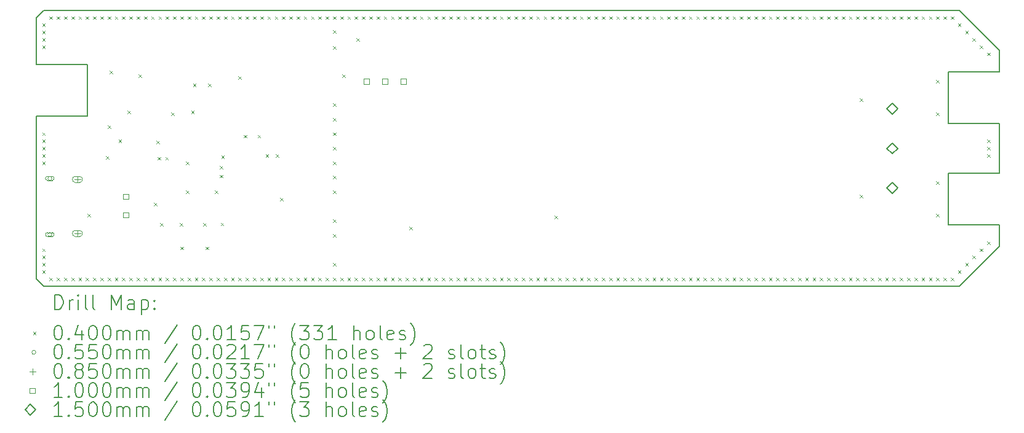
<source format=gbr>
%TF.GenerationSoftware,KiCad,Pcbnew,7.99.0-4156-g4770532511*%
%TF.CreationDate,2024-01-07T23:04:21-05:00*%
%TF.ProjectId,emfi,656d6669-2e6b-4696-9361-645f70636258,0.1*%
%TF.SameCoordinates,Original*%
%TF.FileFunction,Drillmap*%
%TF.FilePolarity,Positive*%
%FSLAX45Y45*%
G04 Gerber Fmt 4.5, Leading zero omitted, Abs format (unit mm)*
G04 Created by KiCad (PCBNEW 7.99.0-4156-g4770532511) date 2024-01-07 23:04:21*
%MOMM*%
%LPD*%
G01*
G04 APERTURE LIST*
%ADD10C,0.150000*%
%ADD11C,0.200000*%
%ADD12C,0.100000*%
G04 APERTURE END LIST*
D10*
X17550000Y-3350000D02*
X17000000Y-2800000D01*
X17000000Y-2800000D02*
X4400000Y-2800000D01*
X17550000Y-5756000D02*
X16850000Y-5756000D01*
X16850000Y-5044000D02*
X17550000Y-5044000D01*
X16850000Y-5756000D02*
X16850000Y-5044000D01*
X17550000Y-5044000D02*
X17550000Y-4356000D01*
X16850000Y-4356000D02*
X16850000Y-3644000D01*
X4300000Y-2900000D02*
X4400000Y-2800000D01*
X5005000Y-4256000D02*
X4300000Y-4256000D01*
X17550000Y-6050000D02*
X17000000Y-6600000D01*
X4400000Y-6600000D02*
X4300000Y-6500000D01*
X5005000Y-3544000D02*
X5005000Y-4256000D01*
X17550000Y-3644000D02*
X17550000Y-3350000D01*
X16850000Y-3644000D02*
X17550000Y-3644000D01*
X17000000Y-6600000D02*
X4400000Y-6600000D01*
X17550000Y-4356000D02*
X16850000Y-4356000D01*
X5005000Y-3544000D02*
X4300000Y-3544000D01*
X4300000Y-2900000D02*
X4300000Y-3544000D01*
X17550000Y-5756000D02*
X17550000Y-6050000D01*
X4300000Y-6500000D02*
X4300000Y-4256000D01*
D11*
D12*
X4380000Y-2980000D02*
X4420000Y-3020000D01*
X4420000Y-2980000D02*
X4380000Y-3020000D01*
X4380000Y-3080000D02*
X4420000Y-3120000D01*
X4420000Y-3080000D02*
X4380000Y-3120000D01*
X4380000Y-3180000D02*
X4420000Y-3220000D01*
X4420000Y-3180000D02*
X4380000Y-3220000D01*
X4380000Y-3280000D02*
X4420000Y-3320000D01*
X4420000Y-3280000D02*
X4380000Y-3320000D01*
X4380000Y-4480000D02*
X4420000Y-4520000D01*
X4420000Y-4480000D02*
X4380000Y-4520000D01*
X4380000Y-4580000D02*
X4420000Y-4620000D01*
X4420000Y-4580000D02*
X4380000Y-4620000D01*
X4380000Y-4680000D02*
X4420000Y-4720000D01*
X4420000Y-4680000D02*
X4380000Y-4720000D01*
X4380000Y-4780000D02*
X4420000Y-4820000D01*
X4420000Y-4780000D02*
X4380000Y-4820000D01*
X4380000Y-4880000D02*
X4420000Y-4920000D01*
X4420000Y-4880000D02*
X4380000Y-4920000D01*
X4380000Y-6080000D02*
X4420000Y-6120000D01*
X4420000Y-6080000D02*
X4380000Y-6120000D01*
X4380000Y-6180000D02*
X4420000Y-6220000D01*
X4420000Y-6180000D02*
X4380000Y-6220000D01*
X4380000Y-6280000D02*
X4420000Y-6320000D01*
X4420000Y-6280000D02*
X4380000Y-6320000D01*
X4380000Y-6380000D02*
X4420000Y-6420000D01*
X4420000Y-6380000D02*
X4380000Y-6420000D01*
X4480000Y-2880000D02*
X4520000Y-2920000D01*
X4520000Y-2880000D02*
X4480000Y-2920000D01*
X4480000Y-6480000D02*
X4520000Y-6520000D01*
X4520000Y-6480000D02*
X4480000Y-6520000D01*
X4580000Y-2880000D02*
X4620000Y-2920000D01*
X4620000Y-2880000D02*
X4580000Y-2920000D01*
X4580000Y-6480000D02*
X4620000Y-6520000D01*
X4620000Y-6480000D02*
X4580000Y-6520000D01*
X4680000Y-2880000D02*
X4720000Y-2920000D01*
X4720000Y-2880000D02*
X4680000Y-2920000D01*
X4680000Y-6480000D02*
X4720000Y-6520000D01*
X4720000Y-6480000D02*
X4680000Y-6520000D01*
X4780000Y-2880000D02*
X4820000Y-2920000D01*
X4820000Y-2880000D02*
X4780000Y-2920000D01*
X4780000Y-6480000D02*
X4820000Y-6520000D01*
X4820000Y-6480000D02*
X4780000Y-6520000D01*
X4880000Y-2880000D02*
X4920000Y-2920000D01*
X4920000Y-2880000D02*
X4880000Y-2920000D01*
X4880000Y-6480000D02*
X4920000Y-6520000D01*
X4920000Y-6480000D02*
X4880000Y-6520000D01*
X4980000Y-2880000D02*
X5020000Y-2920000D01*
X5020000Y-2880000D02*
X4980000Y-2920000D01*
X4980000Y-6480000D02*
X5020000Y-6520000D01*
X5020000Y-6480000D02*
X4980000Y-6520000D01*
X5005000Y-5605000D02*
X5045000Y-5645000D01*
X5045000Y-5605000D02*
X5005000Y-5645000D01*
X5080000Y-2880000D02*
X5120000Y-2920000D01*
X5120000Y-2880000D02*
X5080000Y-2920000D01*
X5080000Y-6480000D02*
X5120000Y-6520000D01*
X5120000Y-6480000D02*
X5080000Y-6520000D01*
X5180000Y-2880000D02*
X5220000Y-2920000D01*
X5220000Y-2880000D02*
X5180000Y-2920000D01*
X5180000Y-6480000D02*
X5220000Y-6520000D01*
X5220000Y-6480000D02*
X5180000Y-6520000D01*
X5255000Y-4805000D02*
X5295000Y-4845000D01*
X5295000Y-4805000D02*
X5255000Y-4845000D01*
X5280000Y-2880000D02*
X5320000Y-2920000D01*
X5320000Y-2880000D02*
X5280000Y-2920000D01*
X5280000Y-4380000D02*
X5320000Y-4420000D01*
X5320000Y-4380000D02*
X5280000Y-4420000D01*
X5280000Y-6480000D02*
X5320000Y-6520000D01*
X5320000Y-6480000D02*
X5280000Y-6520000D01*
X5305000Y-3630000D02*
X5345000Y-3670000D01*
X5345000Y-3630000D02*
X5305000Y-3670000D01*
X5380000Y-2880000D02*
X5420000Y-2920000D01*
X5420000Y-2880000D02*
X5380000Y-2920000D01*
X5380000Y-6480000D02*
X5420000Y-6520000D01*
X5420000Y-6480000D02*
X5380000Y-6520000D01*
X5430000Y-4580000D02*
X5470000Y-4620000D01*
X5470000Y-4580000D02*
X5430000Y-4620000D01*
X5480000Y-2880000D02*
X5520000Y-2920000D01*
X5520000Y-2880000D02*
X5480000Y-2920000D01*
X5480000Y-6480000D02*
X5520000Y-6520000D01*
X5520000Y-6480000D02*
X5480000Y-6520000D01*
X5555000Y-4180000D02*
X5595000Y-4220000D01*
X5595000Y-4180000D02*
X5555000Y-4220000D01*
X5580000Y-2880000D02*
X5620000Y-2920000D01*
X5620000Y-2880000D02*
X5580000Y-2920000D01*
X5580000Y-6480000D02*
X5620000Y-6520000D01*
X5620000Y-6480000D02*
X5580000Y-6520000D01*
X5680000Y-2880000D02*
X5720000Y-2920000D01*
X5720000Y-2880000D02*
X5680000Y-2920000D01*
X5680000Y-6480000D02*
X5720000Y-6520000D01*
X5720000Y-6480000D02*
X5680000Y-6520000D01*
X5705000Y-3679995D02*
X5745000Y-3719995D01*
X5745000Y-3679995D02*
X5705000Y-3719995D01*
X5780000Y-2880000D02*
X5820000Y-2920000D01*
X5820000Y-2880000D02*
X5780000Y-2920000D01*
X5780000Y-6480000D02*
X5820000Y-6520000D01*
X5820000Y-6480000D02*
X5780000Y-6520000D01*
X5880000Y-2880000D02*
X5920000Y-2920000D01*
X5920000Y-2880000D02*
X5880000Y-2920000D01*
X5880000Y-6480000D02*
X5920000Y-6520000D01*
X5920000Y-6480000D02*
X5880000Y-6520000D01*
X5915000Y-5450000D02*
X5955000Y-5490000D01*
X5955000Y-5450000D02*
X5915000Y-5490000D01*
X5952500Y-4592048D02*
X5992500Y-4632048D01*
X5992500Y-4592048D02*
X5952500Y-4632048D01*
X5970000Y-4820000D02*
X6010000Y-4860000D01*
X6010000Y-4820000D02*
X5970000Y-4860000D01*
X5980000Y-2880000D02*
X6020000Y-2920000D01*
X6020000Y-2880000D02*
X5980000Y-2920000D01*
X5980000Y-6480000D02*
X6020000Y-6520000D01*
X6020000Y-6480000D02*
X5980000Y-6520000D01*
X6000000Y-5730000D02*
X6040000Y-5770000D01*
X6040000Y-5730000D02*
X6000000Y-5770000D01*
X6075000Y-4820000D02*
X6115000Y-4860000D01*
X6115000Y-4820000D02*
X6075000Y-4860000D01*
X6080000Y-2880000D02*
X6120000Y-2920000D01*
X6120000Y-2880000D02*
X6080000Y-2920000D01*
X6080000Y-6480000D02*
X6120000Y-6520000D01*
X6120000Y-6480000D02*
X6080000Y-6520000D01*
X6155000Y-4205000D02*
X6195000Y-4245000D01*
X6195000Y-4205000D02*
X6155000Y-4245000D01*
X6180000Y-2880000D02*
X6220000Y-2920000D01*
X6220000Y-2880000D02*
X6180000Y-2920000D01*
X6180000Y-6480000D02*
X6220000Y-6520000D01*
X6220000Y-6480000D02*
X6180000Y-6520000D01*
X6270000Y-5730000D02*
X6310000Y-5770000D01*
X6310000Y-5730000D02*
X6270000Y-5770000D01*
X6280000Y-2880000D02*
X6320000Y-2920000D01*
X6320000Y-2880000D02*
X6280000Y-2920000D01*
X6280000Y-6055000D02*
X6320000Y-6095000D01*
X6320000Y-6055000D02*
X6280000Y-6095000D01*
X6280000Y-6480000D02*
X6320000Y-6520000D01*
X6320000Y-6480000D02*
X6280000Y-6520000D01*
X6355000Y-4880000D02*
X6395000Y-4920000D01*
X6395000Y-4880000D02*
X6355000Y-4920000D01*
X6355000Y-5280000D02*
X6395000Y-5320000D01*
X6395000Y-5280000D02*
X6355000Y-5320000D01*
X6380000Y-2880000D02*
X6420000Y-2920000D01*
X6420000Y-2880000D02*
X6380000Y-2920000D01*
X6380000Y-6480000D02*
X6420000Y-6520000D01*
X6420000Y-6480000D02*
X6380000Y-6520000D01*
X6430000Y-4180000D02*
X6470000Y-4220000D01*
X6470000Y-4180000D02*
X6430000Y-4220000D01*
X6455000Y-3805000D02*
X6495000Y-3845000D01*
X6495000Y-3805000D02*
X6455000Y-3845000D01*
X6480000Y-2880000D02*
X6520000Y-2920000D01*
X6520000Y-2880000D02*
X6480000Y-2920000D01*
X6480000Y-6480000D02*
X6520000Y-6520000D01*
X6520000Y-6480000D02*
X6480000Y-6520000D01*
X6580000Y-2880000D02*
X6620000Y-2920000D01*
X6620000Y-2880000D02*
X6580000Y-2920000D01*
X6580000Y-6480000D02*
X6620000Y-6520000D01*
X6620000Y-6480000D02*
X6580000Y-6520000D01*
X6595000Y-5730000D02*
X6635000Y-5770000D01*
X6635000Y-5730000D02*
X6595000Y-5770000D01*
X6630000Y-6055000D02*
X6670000Y-6095000D01*
X6670000Y-6055000D02*
X6630000Y-6095000D01*
X6665000Y-3805000D02*
X6705000Y-3845000D01*
X6705000Y-3805000D02*
X6665000Y-3845000D01*
X6680000Y-2880000D02*
X6720000Y-2920000D01*
X6720000Y-2880000D02*
X6680000Y-2920000D01*
X6680000Y-6480000D02*
X6720000Y-6520000D01*
X6720000Y-6480000D02*
X6680000Y-6520000D01*
X6755000Y-5280000D02*
X6795000Y-5320000D01*
X6795000Y-5280000D02*
X6755000Y-5320000D01*
X6780000Y-2880000D02*
X6820000Y-2920000D01*
X6820000Y-2880000D02*
X6780000Y-2920000D01*
X6780000Y-6480000D02*
X6820000Y-6520000D01*
X6820000Y-6480000D02*
X6780000Y-6520000D01*
X6825000Y-4940000D02*
X6865000Y-4980000D01*
X6865000Y-4940000D02*
X6825000Y-4980000D01*
X6825000Y-5065000D02*
X6865000Y-5105000D01*
X6865000Y-5065000D02*
X6825000Y-5105000D01*
X6835000Y-5725000D02*
X6875000Y-5765000D01*
X6875000Y-5725000D02*
X6835000Y-5765000D01*
X6845000Y-4795000D02*
X6885000Y-4835000D01*
X6885000Y-4795000D02*
X6845000Y-4835000D01*
X6880000Y-2880000D02*
X6920000Y-2920000D01*
X6920000Y-2880000D02*
X6880000Y-2920000D01*
X6880000Y-6480000D02*
X6920000Y-6520000D01*
X6920000Y-6480000D02*
X6880000Y-6520000D01*
X6980000Y-2880000D02*
X7020000Y-2920000D01*
X7020000Y-2880000D02*
X6980000Y-2920000D01*
X6980000Y-6480000D02*
X7020000Y-6520000D01*
X7020000Y-6480000D02*
X6980000Y-6520000D01*
X7080000Y-2880000D02*
X7120000Y-2920000D01*
X7120000Y-2880000D02*
X7080000Y-2920000D01*
X7080000Y-3705000D02*
X7120000Y-3745000D01*
X7120000Y-3705000D02*
X7080000Y-3745000D01*
X7080000Y-6480000D02*
X7120000Y-6520000D01*
X7120000Y-6480000D02*
X7080000Y-6520000D01*
X7153899Y-4515000D02*
X7193899Y-4555000D01*
X7193899Y-4515000D02*
X7153899Y-4555000D01*
X7180000Y-2880000D02*
X7220000Y-2920000D01*
X7220000Y-2880000D02*
X7180000Y-2920000D01*
X7180000Y-6480000D02*
X7220000Y-6520000D01*
X7220000Y-6480000D02*
X7180000Y-6520000D01*
X7280000Y-2880000D02*
X7320000Y-2920000D01*
X7320000Y-2880000D02*
X7280000Y-2920000D01*
X7280000Y-6480000D02*
X7320000Y-6520000D01*
X7320000Y-6480000D02*
X7280000Y-6520000D01*
X7345000Y-4515000D02*
X7385000Y-4555000D01*
X7385000Y-4515000D02*
X7345000Y-4555000D01*
X7380000Y-2880000D02*
X7420000Y-2920000D01*
X7420000Y-2880000D02*
X7380000Y-2920000D01*
X7380000Y-6480000D02*
X7420000Y-6520000D01*
X7420000Y-6480000D02*
X7380000Y-6520000D01*
X7455000Y-4780000D02*
X7495000Y-4820000D01*
X7495000Y-4780000D02*
X7455000Y-4820000D01*
X7480000Y-2880000D02*
X7520000Y-2920000D01*
X7520000Y-2880000D02*
X7480000Y-2920000D01*
X7480000Y-6480000D02*
X7520000Y-6520000D01*
X7520000Y-6480000D02*
X7480000Y-6520000D01*
X7580000Y-2880000D02*
X7620000Y-2920000D01*
X7620000Y-2880000D02*
X7580000Y-2920000D01*
X7580000Y-6480000D02*
X7620000Y-6520000D01*
X7620000Y-6480000D02*
X7580000Y-6520000D01*
X7595000Y-4780000D02*
X7635000Y-4820000D01*
X7635000Y-4780000D02*
X7595000Y-4820000D01*
X7655000Y-5380000D02*
X7695000Y-5420000D01*
X7695000Y-5380000D02*
X7655000Y-5420000D01*
X7680000Y-2880000D02*
X7720000Y-2920000D01*
X7720000Y-2880000D02*
X7680000Y-2920000D01*
X7680000Y-6480000D02*
X7720000Y-6520000D01*
X7720000Y-6480000D02*
X7680000Y-6520000D01*
X7780000Y-2880000D02*
X7820000Y-2920000D01*
X7820000Y-2880000D02*
X7780000Y-2920000D01*
X7780000Y-6480000D02*
X7820000Y-6520000D01*
X7820000Y-6480000D02*
X7780000Y-6520000D01*
X7880000Y-2880000D02*
X7920000Y-2920000D01*
X7920000Y-2880000D02*
X7880000Y-2920000D01*
X7880000Y-6480000D02*
X7920000Y-6520000D01*
X7920000Y-6480000D02*
X7880000Y-6520000D01*
X7980000Y-2880000D02*
X8020000Y-2920000D01*
X8020000Y-2880000D02*
X7980000Y-2920000D01*
X7980000Y-6480000D02*
X8020000Y-6520000D01*
X8020000Y-6480000D02*
X7980000Y-6520000D01*
X8080000Y-2880000D02*
X8120000Y-2920000D01*
X8120000Y-2880000D02*
X8080000Y-2920000D01*
X8080000Y-6480000D02*
X8120000Y-6520000D01*
X8120000Y-6480000D02*
X8080000Y-6520000D01*
X8180000Y-2880000D02*
X8220000Y-2920000D01*
X8220000Y-2880000D02*
X8180000Y-2920000D01*
X8180000Y-6480000D02*
X8220000Y-6520000D01*
X8220000Y-6480000D02*
X8180000Y-6520000D01*
X8280000Y-2880000D02*
X8320000Y-2920000D01*
X8320000Y-2880000D02*
X8280000Y-2920000D01*
X8280000Y-6480000D02*
X8320000Y-6520000D01*
X8320000Y-6480000D02*
X8280000Y-6520000D01*
X8380000Y-2880000D02*
X8420000Y-2920000D01*
X8420000Y-2880000D02*
X8380000Y-2920000D01*
X8380000Y-3069999D02*
X8420000Y-3109999D01*
X8420000Y-3069999D02*
X8380000Y-3109999D01*
X8380000Y-3290001D02*
X8420000Y-3330001D01*
X8420000Y-3290001D02*
X8380000Y-3330001D01*
X8380000Y-4080000D02*
X8420000Y-4120000D01*
X8420000Y-4080000D02*
X8380000Y-4120000D01*
X8380000Y-4280000D02*
X8420000Y-4320000D01*
X8420000Y-4280000D02*
X8380000Y-4320000D01*
X8380000Y-4480000D02*
X8420000Y-4520000D01*
X8420000Y-4480000D02*
X8380000Y-4520000D01*
X8380000Y-4680000D02*
X8420000Y-4720000D01*
X8420000Y-4680000D02*
X8380000Y-4720000D01*
X8380000Y-4880000D02*
X8420000Y-4920000D01*
X8420000Y-4880000D02*
X8380000Y-4920000D01*
X8380000Y-5080000D02*
X8420000Y-5120000D01*
X8420000Y-5080000D02*
X8380000Y-5120000D01*
X8380000Y-5280000D02*
X8420000Y-5320000D01*
X8420000Y-5280000D02*
X8380000Y-5320000D01*
X8380000Y-5680000D02*
X8420000Y-5720000D01*
X8420000Y-5680000D02*
X8380000Y-5720000D01*
X8380000Y-5880000D02*
X8420000Y-5920000D01*
X8420000Y-5880000D02*
X8380000Y-5920000D01*
X8380000Y-6280000D02*
X8420000Y-6320000D01*
X8420000Y-6280000D02*
X8380000Y-6320000D01*
X8380000Y-6480000D02*
X8420000Y-6520000D01*
X8420000Y-6480000D02*
X8380000Y-6520000D01*
X8480000Y-2880000D02*
X8520000Y-2920000D01*
X8520000Y-2880000D02*
X8480000Y-2920000D01*
X8480000Y-6480000D02*
X8520000Y-6520000D01*
X8520000Y-6480000D02*
X8480000Y-6520000D01*
X8505000Y-3680000D02*
X8545000Y-3720000D01*
X8545000Y-3680000D02*
X8505000Y-3720000D01*
X8580000Y-2880000D02*
X8620000Y-2920000D01*
X8620000Y-2880000D02*
X8580000Y-2920000D01*
X8580000Y-6480000D02*
X8620000Y-6520000D01*
X8620000Y-6480000D02*
X8580000Y-6520000D01*
X8680000Y-2880000D02*
X8720000Y-2920000D01*
X8720000Y-2880000D02*
X8680000Y-2920000D01*
X8680000Y-6480000D02*
X8720000Y-6520000D01*
X8720000Y-6480000D02*
X8680000Y-6520000D01*
X8705000Y-3180000D02*
X8745000Y-3220000D01*
X8745000Y-3180000D02*
X8705000Y-3220000D01*
X8780000Y-2880000D02*
X8820000Y-2920000D01*
X8820000Y-2880000D02*
X8780000Y-2920000D01*
X8780000Y-6480000D02*
X8820000Y-6520000D01*
X8820000Y-6480000D02*
X8780000Y-6520000D01*
X8880000Y-2880000D02*
X8920000Y-2920000D01*
X8920000Y-2880000D02*
X8880000Y-2920000D01*
X8880000Y-6480000D02*
X8920000Y-6520000D01*
X8920000Y-6480000D02*
X8880000Y-6520000D01*
X8980000Y-2880000D02*
X9020000Y-2920000D01*
X9020000Y-2880000D02*
X8980000Y-2920000D01*
X8980000Y-6480000D02*
X9020000Y-6520000D01*
X9020000Y-6480000D02*
X8980000Y-6520000D01*
X9080000Y-2880000D02*
X9120000Y-2920000D01*
X9120000Y-2880000D02*
X9080000Y-2920000D01*
X9080000Y-6480000D02*
X9120000Y-6520000D01*
X9120000Y-6480000D02*
X9080000Y-6520000D01*
X9180000Y-2880000D02*
X9220000Y-2920000D01*
X9220000Y-2880000D02*
X9180000Y-2920000D01*
X9180000Y-6480000D02*
X9220000Y-6520000D01*
X9220000Y-6480000D02*
X9180000Y-6520000D01*
X9280000Y-2880000D02*
X9320000Y-2920000D01*
X9320000Y-2880000D02*
X9280000Y-2920000D01*
X9280000Y-6480000D02*
X9320000Y-6520000D01*
X9320000Y-6480000D02*
X9280000Y-6520000D01*
X9380000Y-2880000D02*
X9420000Y-2920000D01*
X9420000Y-2880000D02*
X9380000Y-2920000D01*
X9380000Y-6480000D02*
X9420000Y-6520000D01*
X9420000Y-6480000D02*
X9380000Y-6520000D01*
X9430000Y-5780000D02*
X9470000Y-5820000D01*
X9470000Y-5780000D02*
X9430000Y-5820000D01*
X9480000Y-2880000D02*
X9520000Y-2920000D01*
X9520000Y-2880000D02*
X9480000Y-2920000D01*
X9480000Y-6480000D02*
X9520000Y-6520000D01*
X9520000Y-6480000D02*
X9480000Y-6520000D01*
X9580000Y-2880000D02*
X9620000Y-2920000D01*
X9620000Y-2880000D02*
X9580000Y-2920000D01*
X9580000Y-6480000D02*
X9620000Y-6520000D01*
X9620000Y-6480000D02*
X9580000Y-6520000D01*
X9680000Y-2880000D02*
X9720000Y-2920000D01*
X9720000Y-2880000D02*
X9680000Y-2920000D01*
X9680000Y-6480000D02*
X9720000Y-6520000D01*
X9720000Y-6480000D02*
X9680000Y-6520000D01*
X9780000Y-2880000D02*
X9820000Y-2920000D01*
X9820000Y-2880000D02*
X9780000Y-2920000D01*
X9780000Y-6480000D02*
X9820000Y-6520000D01*
X9820000Y-6480000D02*
X9780000Y-6520000D01*
X9880000Y-2880000D02*
X9920000Y-2920000D01*
X9920000Y-2880000D02*
X9880000Y-2920000D01*
X9880000Y-6480000D02*
X9920000Y-6520000D01*
X9920000Y-6480000D02*
X9880000Y-6520000D01*
X9980000Y-2880000D02*
X10020000Y-2920000D01*
X10020000Y-2880000D02*
X9980000Y-2920000D01*
X9980000Y-6480000D02*
X10020000Y-6520000D01*
X10020000Y-6480000D02*
X9980000Y-6520000D01*
X10080000Y-2880000D02*
X10120000Y-2920000D01*
X10120000Y-2880000D02*
X10080000Y-2920000D01*
X10080000Y-6480000D02*
X10120000Y-6520000D01*
X10120000Y-6480000D02*
X10080000Y-6520000D01*
X10180000Y-2880000D02*
X10220000Y-2920000D01*
X10220000Y-2880000D02*
X10180000Y-2920000D01*
X10180000Y-6480000D02*
X10220000Y-6520000D01*
X10220000Y-6480000D02*
X10180000Y-6520000D01*
X10280000Y-2880000D02*
X10320000Y-2920000D01*
X10320000Y-2880000D02*
X10280000Y-2920000D01*
X10280000Y-6480000D02*
X10320000Y-6520000D01*
X10320000Y-6480000D02*
X10280000Y-6520000D01*
X10380000Y-2880000D02*
X10420000Y-2920000D01*
X10420000Y-2880000D02*
X10380000Y-2920000D01*
X10380000Y-6480000D02*
X10420000Y-6520000D01*
X10420000Y-6480000D02*
X10380000Y-6520000D01*
X10480000Y-2880000D02*
X10520000Y-2920000D01*
X10520000Y-2880000D02*
X10480000Y-2920000D01*
X10480000Y-6480000D02*
X10520000Y-6520000D01*
X10520000Y-6480000D02*
X10480000Y-6520000D01*
X10580000Y-2880000D02*
X10620000Y-2920000D01*
X10620000Y-2880000D02*
X10580000Y-2920000D01*
X10580000Y-6480000D02*
X10620000Y-6520000D01*
X10620000Y-6480000D02*
X10580000Y-6520000D01*
X10680000Y-2880000D02*
X10720000Y-2920000D01*
X10720000Y-2880000D02*
X10680000Y-2920000D01*
X10680000Y-6480000D02*
X10720000Y-6520000D01*
X10720000Y-6480000D02*
X10680000Y-6520000D01*
X10780000Y-2880000D02*
X10820000Y-2920000D01*
X10820000Y-2880000D02*
X10780000Y-2920000D01*
X10780000Y-6480000D02*
X10820000Y-6520000D01*
X10820000Y-6480000D02*
X10780000Y-6520000D01*
X10880000Y-2880000D02*
X10920000Y-2920000D01*
X10920000Y-2880000D02*
X10880000Y-2920000D01*
X10880000Y-6480000D02*
X10920000Y-6520000D01*
X10920000Y-6480000D02*
X10880000Y-6520000D01*
X10980000Y-2880000D02*
X11020000Y-2920000D01*
X11020000Y-2880000D02*
X10980000Y-2920000D01*
X10980000Y-6480000D02*
X11020000Y-6520000D01*
X11020000Y-6480000D02*
X10980000Y-6520000D01*
X11080000Y-2880000D02*
X11120000Y-2920000D01*
X11120000Y-2880000D02*
X11080000Y-2920000D01*
X11080000Y-6480000D02*
X11120000Y-6520000D01*
X11120000Y-6480000D02*
X11080000Y-6520000D01*
X11180000Y-2880000D02*
X11220000Y-2920000D01*
X11220000Y-2880000D02*
X11180000Y-2920000D01*
X11180000Y-6480000D02*
X11220000Y-6520000D01*
X11220000Y-6480000D02*
X11180000Y-6520000D01*
X11280000Y-2880000D02*
X11320000Y-2920000D01*
X11320000Y-2880000D02*
X11280000Y-2920000D01*
X11280000Y-6480000D02*
X11320000Y-6520000D01*
X11320000Y-6480000D02*
X11280000Y-6520000D01*
X11380000Y-2880000D02*
X11420000Y-2920000D01*
X11420000Y-2880000D02*
X11380000Y-2920000D01*
X11380000Y-6480000D02*
X11420000Y-6520000D01*
X11420000Y-6480000D02*
X11380000Y-6520000D01*
X11430000Y-5630000D02*
X11470000Y-5670000D01*
X11470000Y-5630000D02*
X11430000Y-5670000D01*
X11480000Y-2880000D02*
X11520000Y-2920000D01*
X11520000Y-2880000D02*
X11480000Y-2920000D01*
X11480000Y-6480000D02*
X11520000Y-6520000D01*
X11520000Y-6480000D02*
X11480000Y-6520000D01*
X11580000Y-2880000D02*
X11620000Y-2920000D01*
X11620000Y-2880000D02*
X11580000Y-2920000D01*
X11580000Y-6480000D02*
X11620000Y-6520000D01*
X11620000Y-6480000D02*
X11580000Y-6520000D01*
X11680000Y-2880000D02*
X11720000Y-2920000D01*
X11720000Y-2880000D02*
X11680000Y-2920000D01*
X11680000Y-6480000D02*
X11720000Y-6520000D01*
X11720000Y-6480000D02*
X11680000Y-6520000D01*
X11780000Y-2880000D02*
X11820000Y-2920000D01*
X11820000Y-2880000D02*
X11780000Y-2920000D01*
X11780000Y-6480000D02*
X11820000Y-6520000D01*
X11820000Y-6480000D02*
X11780000Y-6520000D01*
X11880000Y-2880000D02*
X11920000Y-2920000D01*
X11920000Y-2880000D02*
X11880000Y-2920000D01*
X11880000Y-6480000D02*
X11920000Y-6520000D01*
X11920000Y-6480000D02*
X11880000Y-6520000D01*
X11980000Y-2880000D02*
X12020000Y-2920000D01*
X12020000Y-2880000D02*
X11980000Y-2920000D01*
X11980000Y-6480000D02*
X12020000Y-6520000D01*
X12020000Y-6480000D02*
X11980000Y-6520000D01*
X12080000Y-2880000D02*
X12120000Y-2920000D01*
X12120000Y-2880000D02*
X12080000Y-2920000D01*
X12080000Y-6480000D02*
X12120000Y-6520000D01*
X12120000Y-6480000D02*
X12080000Y-6520000D01*
X12180000Y-2880000D02*
X12220000Y-2920000D01*
X12220000Y-2880000D02*
X12180000Y-2920000D01*
X12180000Y-6480000D02*
X12220000Y-6520000D01*
X12220000Y-6480000D02*
X12180000Y-6520000D01*
X12280000Y-2880000D02*
X12320000Y-2920000D01*
X12320000Y-2880000D02*
X12280000Y-2920000D01*
X12280000Y-6480000D02*
X12320000Y-6520000D01*
X12320000Y-6480000D02*
X12280000Y-6520000D01*
X12380000Y-2880000D02*
X12420000Y-2920000D01*
X12420000Y-2880000D02*
X12380000Y-2920000D01*
X12380000Y-6480000D02*
X12420000Y-6520000D01*
X12420000Y-6480000D02*
X12380000Y-6520000D01*
X12480000Y-2880000D02*
X12520000Y-2920000D01*
X12520000Y-2880000D02*
X12480000Y-2920000D01*
X12480000Y-6480000D02*
X12520000Y-6520000D01*
X12520000Y-6480000D02*
X12480000Y-6520000D01*
X12580000Y-2880000D02*
X12620000Y-2920000D01*
X12620000Y-2880000D02*
X12580000Y-2920000D01*
X12580000Y-6480000D02*
X12620000Y-6520000D01*
X12620000Y-6480000D02*
X12580000Y-6520000D01*
X12680000Y-2880000D02*
X12720000Y-2920000D01*
X12720000Y-2880000D02*
X12680000Y-2920000D01*
X12680000Y-6480000D02*
X12720000Y-6520000D01*
X12720000Y-6480000D02*
X12680000Y-6520000D01*
X12780000Y-2880000D02*
X12820000Y-2920000D01*
X12820000Y-2880000D02*
X12780000Y-2920000D01*
X12780000Y-6480000D02*
X12820000Y-6520000D01*
X12820000Y-6480000D02*
X12780000Y-6520000D01*
X12880000Y-2880000D02*
X12920000Y-2920000D01*
X12920000Y-2880000D02*
X12880000Y-2920000D01*
X12880000Y-6480000D02*
X12920000Y-6520000D01*
X12920000Y-6480000D02*
X12880000Y-6520000D01*
X12980000Y-2880000D02*
X13020000Y-2920000D01*
X13020000Y-2880000D02*
X12980000Y-2920000D01*
X12980000Y-6480000D02*
X13020000Y-6520000D01*
X13020000Y-6480000D02*
X12980000Y-6520000D01*
X13080000Y-2880000D02*
X13120000Y-2920000D01*
X13120000Y-2880000D02*
X13080000Y-2920000D01*
X13080000Y-6480000D02*
X13120000Y-6520000D01*
X13120000Y-6480000D02*
X13080000Y-6520000D01*
X13180000Y-2880000D02*
X13220000Y-2920000D01*
X13220000Y-2880000D02*
X13180000Y-2920000D01*
X13180000Y-6480000D02*
X13220000Y-6520000D01*
X13220000Y-6480000D02*
X13180000Y-6520000D01*
X13280000Y-2880000D02*
X13320000Y-2920000D01*
X13320000Y-2880000D02*
X13280000Y-2920000D01*
X13280000Y-6480000D02*
X13320000Y-6520000D01*
X13320000Y-6480000D02*
X13280000Y-6520000D01*
X13380000Y-2880000D02*
X13420000Y-2920000D01*
X13420000Y-2880000D02*
X13380000Y-2920000D01*
X13380000Y-6480000D02*
X13420000Y-6520000D01*
X13420000Y-6480000D02*
X13380000Y-6520000D01*
X13480000Y-2880000D02*
X13520000Y-2920000D01*
X13520000Y-2880000D02*
X13480000Y-2920000D01*
X13480000Y-6480000D02*
X13520000Y-6520000D01*
X13520000Y-6480000D02*
X13480000Y-6520000D01*
X13580000Y-2880000D02*
X13620000Y-2920000D01*
X13620000Y-2880000D02*
X13580000Y-2920000D01*
X13580000Y-6480000D02*
X13620000Y-6520000D01*
X13620000Y-6480000D02*
X13580000Y-6520000D01*
X13680000Y-2880000D02*
X13720000Y-2920000D01*
X13720000Y-2880000D02*
X13680000Y-2920000D01*
X13680000Y-6480000D02*
X13720000Y-6520000D01*
X13720000Y-6480000D02*
X13680000Y-6520000D01*
X13780000Y-2880000D02*
X13820000Y-2920000D01*
X13820000Y-2880000D02*
X13780000Y-2920000D01*
X13780000Y-6480000D02*
X13820000Y-6520000D01*
X13820000Y-6480000D02*
X13780000Y-6520000D01*
X13880000Y-2880000D02*
X13920000Y-2920000D01*
X13920000Y-2880000D02*
X13880000Y-2920000D01*
X13880000Y-6480000D02*
X13920000Y-6520000D01*
X13920000Y-6480000D02*
X13880000Y-6520000D01*
X13980000Y-2880000D02*
X14020000Y-2920000D01*
X14020000Y-2880000D02*
X13980000Y-2920000D01*
X13980000Y-6480000D02*
X14020000Y-6520000D01*
X14020000Y-6480000D02*
X13980000Y-6520000D01*
X14080000Y-2880000D02*
X14120000Y-2920000D01*
X14120000Y-2880000D02*
X14080000Y-2920000D01*
X14080000Y-6480000D02*
X14120000Y-6520000D01*
X14120000Y-6480000D02*
X14080000Y-6520000D01*
X14180000Y-2880000D02*
X14220000Y-2920000D01*
X14220000Y-2880000D02*
X14180000Y-2920000D01*
X14180000Y-6480000D02*
X14220000Y-6520000D01*
X14220000Y-6480000D02*
X14180000Y-6520000D01*
X14280000Y-2880000D02*
X14320000Y-2920000D01*
X14320000Y-2880000D02*
X14280000Y-2920000D01*
X14280000Y-6480000D02*
X14320000Y-6520000D01*
X14320000Y-6480000D02*
X14280000Y-6520000D01*
X14380000Y-2880000D02*
X14420000Y-2920000D01*
X14420000Y-2880000D02*
X14380000Y-2920000D01*
X14380000Y-6480000D02*
X14420000Y-6520000D01*
X14420000Y-6480000D02*
X14380000Y-6520000D01*
X14480000Y-2880000D02*
X14520000Y-2920000D01*
X14520000Y-2880000D02*
X14480000Y-2920000D01*
X14480000Y-6480000D02*
X14520000Y-6520000D01*
X14520000Y-6480000D02*
X14480000Y-6520000D01*
X14580000Y-2880000D02*
X14620000Y-2920000D01*
X14620000Y-2880000D02*
X14580000Y-2920000D01*
X14580000Y-6480000D02*
X14620000Y-6520000D01*
X14620000Y-6480000D02*
X14580000Y-6520000D01*
X14680000Y-2880000D02*
X14720000Y-2920000D01*
X14720000Y-2880000D02*
X14680000Y-2920000D01*
X14680000Y-6480000D02*
X14720000Y-6520000D01*
X14720000Y-6480000D02*
X14680000Y-6520000D01*
X14780000Y-2880000D02*
X14820000Y-2920000D01*
X14820000Y-2880000D02*
X14780000Y-2920000D01*
X14780000Y-6480000D02*
X14820000Y-6520000D01*
X14820000Y-6480000D02*
X14780000Y-6520000D01*
X14880000Y-2880000D02*
X14920000Y-2920000D01*
X14920000Y-2880000D02*
X14880000Y-2920000D01*
X14880000Y-6480000D02*
X14920000Y-6520000D01*
X14920000Y-6480000D02*
X14880000Y-6520000D01*
X14980000Y-2880000D02*
X15020000Y-2920000D01*
X15020000Y-2880000D02*
X14980000Y-2920000D01*
X14980000Y-6480000D02*
X15020000Y-6520000D01*
X15020000Y-6480000D02*
X14980000Y-6520000D01*
X15080000Y-2880000D02*
X15120000Y-2920000D01*
X15120000Y-2880000D02*
X15080000Y-2920000D01*
X15080000Y-6480000D02*
X15120000Y-6520000D01*
X15120000Y-6480000D02*
X15080000Y-6520000D01*
X15180000Y-2880000D02*
X15220000Y-2920000D01*
X15220000Y-2880000D02*
X15180000Y-2920000D01*
X15180000Y-6480000D02*
X15220000Y-6520000D01*
X15220000Y-6480000D02*
X15180000Y-6520000D01*
X15280000Y-2880000D02*
X15320000Y-2920000D01*
X15320000Y-2880000D02*
X15280000Y-2920000D01*
X15280000Y-6480000D02*
X15320000Y-6520000D01*
X15320000Y-6480000D02*
X15280000Y-6520000D01*
X15380000Y-2880000D02*
X15420000Y-2920000D01*
X15420000Y-2880000D02*
X15380000Y-2920000D01*
X15380000Y-6480000D02*
X15420000Y-6520000D01*
X15420000Y-6480000D02*
X15380000Y-6520000D01*
X15480000Y-2880000D02*
X15520000Y-2920000D01*
X15520000Y-2880000D02*
X15480000Y-2920000D01*
X15480000Y-6480000D02*
X15520000Y-6520000D01*
X15520000Y-6480000D02*
X15480000Y-6520000D01*
X15580000Y-2880000D02*
X15620000Y-2920000D01*
X15620000Y-2880000D02*
X15580000Y-2920000D01*
X15580000Y-6480000D02*
X15620000Y-6520000D01*
X15620000Y-6480000D02*
X15580000Y-6520000D01*
X15630000Y-4010000D02*
X15670000Y-4050000D01*
X15670000Y-4010000D02*
X15630000Y-4050000D01*
X15630000Y-5340000D02*
X15670000Y-5380000D01*
X15670000Y-5340000D02*
X15630000Y-5380000D01*
X15680000Y-2880000D02*
X15720000Y-2920000D01*
X15720000Y-2880000D02*
X15680000Y-2920000D01*
X15680000Y-6480000D02*
X15720000Y-6520000D01*
X15720000Y-6480000D02*
X15680000Y-6520000D01*
X15780000Y-2880000D02*
X15820000Y-2920000D01*
X15820000Y-2880000D02*
X15780000Y-2920000D01*
X15780000Y-6480000D02*
X15820000Y-6520000D01*
X15820000Y-6480000D02*
X15780000Y-6520000D01*
X15880000Y-2880000D02*
X15920000Y-2920000D01*
X15920000Y-2880000D02*
X15880000Y-2920000D01*
X15880000Y-6480000D02*
X15920000Y-6520000D01*
X15920000Y-6480000D02*
X15880000Y-6520000D01*
X15980000Y-2880000D02*
X16020000Y-2920000D01*
X16020000Y-2880000D02*
X15980000Y-2920000D01*
X15980000Y-6480000D02*
X16020000Y-6520000D01*
X16020000Y-6480000D02*
X15980000Y-6520000D01*
X16080000Y-2880000D02*
X16120000Y-2920000D01*
X16120000Y-2880000D02*
X16080000Y-2920000D01*
X16080000Y-6480000D02*
X16120000Y-6520000D01*
X16120000Y-6480000D02*
X16080000Y-6520000D01*
X16180000Y-2880000D02*
X16220000Y-2920000D01*
X16220000Y-2880000D02*
X16180000Y-2920000D01*
X16180000Y-6480000D02*
X16220000Y-6520000D01*
X16220000Y-6480000D02*
X16180000Y-6520000D01*
X16280000Y-2880000D02*
X16320000Y-2920000D01*
X16320000Y-2880000D02*
X16280000Y-2920000D01*
X16280000Y-6480000D02*
X16320000Y-6520000D01*
X16320000Y-6480000D02*
X16280000Y-6520000D01*
X16380000Y-2880000D02*
X16420000Y-2920000D01*
X16420000Y-2880000D02*
X16380000Y-2920000D01*
X16380000Y-6480000D02*
X16420000Y-6520000D01*
X16420000Y-6480000D02*
X16380000Y-6520000D01*
X16480000Y-2880000D02*
X16520000Y-2920000D01*
X16520000Y-2880000D02*
X16480000Y-2920000D01*
X16480000Y-6480000D02*
X16520000Y-6520000D01*
X16520000Y-6480000D02*
X16480000Y-6520000D01*
X16580000Y-2880000D02*
X16620000Y-2920000D01*
X16620000Y-2880000D02*
X16580000Y-2920000D01*
X16580000Y-6480000D02*
X16620000Y-6520000D01*
X16620000Y-6480000D02*
X16580000Y-6520000D01*
X16680000Y-2880000D02*
X16720000Y-2920000D01*
X16720000Y-2880000D02*
X16680000Y-2920000D01*
X16680000Y-3755000D02*
X16720000Y-3795000D01*
X16720000Y-3755000D02*
X16680000Y-3795000D01*
X16680000Y-4205000D02*
X16720000Y-4245000D01*
X16720000Y-4205000D02*
X16680000Y-4245000D01*
X16680000Y-5155000D02*
X16720000Y-5195000D01*
X16720000Y-5155000D02*
X16680000Y-5195000D01*
X16680000Y-5605000D02*
X16720000Y-5645000D01*
X16720000Y-5605000D02*
X16680000Y-5645000D01*
X16680000Y-6480000D02*
X16720000Y-6520000D01*
X16720000Y-6480000D02*
X16680000Y-6520000D01*
X16780000Y-2880000D02*
X16820000Y-2920000D01*
X16820000Y-2880000D02*
X16780000Y-2920000D01*
X16780000Y-6480000D02*
X16820000Y-6520000D01*
X16820000Y-6480000D02*
X16780000Y-6520000D01*
X16880000Y-2880000D02*
X16920000Y-2920000D01*
X16920000Y-2880000D02*
X16880000Y-2920000D01*
X16880000Y-6480000D02*
X16920000Y-6520000D01*
X16920000Y-6480000D02*
X16880000Y-6520000D01*
X16980000Y-2980000D02*
X17020000Y-3020000D01*
X17020000Y-2980000D02*
X16980000Y-3020000D01*
X16980000Y-6380000D02*
X17020000Y-6420000D01*
X17020000Y-6380000D02*
X16980000Y-6420000D01*
X17080000Y-3080000D02*
X17120000Y-3120000D01*
X17120000Y-3080000D02*
X17080000Y-3120000D01*
X17080000Y-6280000D02*
X17120000Y-6320000D01*
X17120000Y-6280000D02*
X17080000Y-6320000D01*
X17180000Y-3180000D02*
X17220000Y-3220000D01*
X17220000Y-3180000D02*
X17180000Y-3220000D01*
X17180000Y-6180000D02*
X17220000Y-6220000D01*
X17220000Y-6180000D02*
X17180000Y-6220000D01*
X17280000Y-3280000D02*
X17320000Y-3320000D01*
X17320000Y-3280000D02*
X17280000Y-3320000D01*
X17280000Y-6080000D02*
X17320000Y-6120000D01*
X17320000Y-6080000D02*
X17280000Y-6120000D01*
X17380000Y-3380000D02*
X17420000Y-3420000D01*
X17420000Y-3380000D02*
X17380000Y-3420000D01*
X17380000Y-4580000D02*
X17420000Y-4620000D01*
X17420000Y-4580000D02*
X17380000Y-4620000D01*
X17380000Y-4680000D02*
X17420000Y-4720000D01*
X17420000Y-4680000D02*
X17380000Y-4720000D01*
X17380000Y-4780000D02*
X17420000Y-4820000D01*
X17420000Y-4780000D02*
X17380000Y-4820000D01*
X17380000Y-5980000D02*
X17420000Y-6020000D01*
X17420000Y-5980000D02*
X17380000Y-6020000D01*
X4512500Y-5112500D02*
G75*
G02*
X4457500Y-5112500I-27500J0D01*
G01*
X4457500Y-5112500D02*
G75*
G02*
X4512500Y-5112500I27500J0D01*
G01*
X4517500Y-5085000D02*
X4452500Y-5085000D01*
X4452500Y-5140000D02*
G75*
G02*
X4452500Y-5085000I0J27500D01*
G01*
X4452500Y-5140000D02*
X4517500Y-5140000D01*
X4517500Y-5140000D02*
G75*
G03*
X4517500Y-5085000I0J27500D01*
G01*
X4512500Y-5887500D02*
G75*
G02*
X4457500Y-5887500I-27500J0D01*
G01*
X4457500Y-5887500D02*
G75*
G02*
X4512500Y-5887500I27500J0D01*
G01*
X4517500Y-5860000D02*
X4452500Y-5860000D01*
X4452500Y-5915000D02*
G75*
G02*
X4452500Y-5860000I0J27500D01*
G01*
X4452500Y-5915000D02*
X4517500Y-5915000D01*
X4517500Y-5915000D02*
G75*
G03*
X4517500Y-5860000I0J27500D01*
G01*
X4865000Y-5085000D02*
X4865000Y-5170000D01*
X4822500Y-5127500D02*
X4907500Y-5127500D01*
X4892500Y-5085000D02*
X4837500Y-5085000D01*
X4837500Y-5170000D02*
G75*
G02*
X4837500Y-5085000I0J42500D01*
G01*
X4837500Y-5170000D02*
X4892500Y-5170000D01*
X4892500Y-5170000D02*
G75*
G03*
X4892500Y-5085000I0J42500D01*
G01*
X4865000Y-5830000D02*
X4865000Y-5915000D01*
X4822500Y-5872500D02*
X4907500Y-5872500D01*
X4892500Y-5830000D02*
X4837500Y-5830000D01*
X4837500Y-5915000D02*
G75*
G02*
X4837500Y-5830000I0J42500D01*
G01*
X4837500Y-5915000D02*
X4892500Y-5915000D01*
X4892500Y-5915000D02*
G75*
G03*
X4892500Y-5830000I0J42500D01*
G01*
X5565356Y-5401356D02*
X5565356Y-5330644D01*
X5494644Y-5330644D01*
X5494644Y-5401356D01*
X5565356Y-5401356D01*
X5565356Y-5655356D02*
X5565356Y-5584644D01*
X5494644Y-5584644D01*
X5494644Y-5655356D01*
X5565356Y-5655356D01*
X8877356Y-3810356D02*
X8877356Y-3739644D01*
X8806644Y-3739644D01*
X8806644Y-3810356D01*
X8877356Y-3810356D01*
X9131356Y-3810356D02*
X9131356Y-3739644D01*
X9060644Y-3739644D01*
X9060644Y-3810356D01*
X9131356Y-3810356D01*
X9385356Y-3810356D02*
X9385356Y-3739644D01*
X9314644Y-3739644D01*
X9314644Y-3810356D01*
X9385356Y-3810356D01*
D10*
X16075000Y-4230000D02*
X16150000Y-4155000D01*
X16075000Y-4080000D01*
X16000000Y-4155000D01*
X16075000Y-4230000D01*
X16075000Y-4775000D02*
X16150000Y-4700000D01*
X16075000Y-4625000D01*
X16000000Y-4700000D01*
X16075000Y-4775000D01*
X16075000Y-5320000D02*
X16150000Y-5245000D01*
X16075000Y-5170000D01*
X16000000Y-5245000D01*
X16075000Y-5320000D01*
D11*
X4553277Y-6918984D02*
X4553277Y-6718984D01*
X4553277Y-6718984D02*
X4600896Y-6718984D01*
X4600896Y-6718984D02*
X4629467Y-6728508D01*
X4629467Y-6728508D02*
X4648515Y-6747555D01*
X4648515Y-6747555D02*
X4658039Y-6766603D01*
X4658039Y-6766603D02*
X4667563Y-6804698D01*
X4667563Y-6804698D02*
X4667563Y-6833269D01*
X4667563Y-6833269D02*
X4658039Y-6871365D01*
X4658039Y-6871365D02*
X4648515Y-6890412D01*
X4648515Y-6890412D02*
X4629467Y-6909460D01*
X4629467Y-6909460D02*
X4600896Y-6918984D01*
X4600896Y-6918984D02*
X4553277Y-6918984D01*
X4753277Y-6918984D02*
X4753277Y-6785650D01*
X4753277Y-6823746D02*
X4762801Y-6804698D01*
X4762801Y-6804698D02*
X4772324Y-6795174D01*
X4772324Y-6795174D02*
X4791372Y-6785650D01*
X4791372Y-6785650D02*
X4810420Y-6785650D01*
X4877086Y-6918984D02*
X4877086Y-6785650D01*
X4877086Y-6718984D02*
X4867563Y-6728508D01*
X4867563Y-6728508D02*
X4877086Y-6738031D01*
X4877086Y-6738031D02*
X4886610Y-6728508D01*
X4886610Y-6728508D02*
X4877086Y-6718984D01*
X4877086Y-6718984D02*
X4877086Y-6738031D01*
X5000896Y-6918984D02*
X4981848Y-6909460D01*
X4981848Y-6909460D02*
X4972324Y-6890412D01*
X4972324Y-6890412D02*
X4972324Y-6718984D01*
X5105658Y-6918984D02*
X5086610Y-6909460D01*
X5086610Y-6909460D02*
X5077086Y-6890412D01*
X5077086Y-6890412D02*
X5077086Y-6718984D01*
X5334229Y-6918984D02*
X5334229Y-6718984D01*
X5334229Y-6718984D02*
X5400896Y-6861841D01*
X5400896Y-6861841D02*
X5467563Y-6718984D01*
X5467563Y-6718984D02*
X5467563Y-6918984D01*
X5648515Y-6918984D02*
X5648515Y-6814222D01*
X5648515Y-6814222D02*
X5638991Y-6795174D01*
X5638991Y-6795174D02*
X5619943Y-6785650D01*
X5619943Y-6785650D02*
X5581848Y-6785650D01*
X5581848Y-6785650D02*
X5562801Y-6795174D01*
X5648515Y-6909460D02*
X5629467Y-6918984D01*
X5629467Y-6918984D02*
X5581848Y-6918984D01*
X5581848Y-6918984D02*
X5562801Y-6909460D01*
X5562801Y-6909460D02*
X5553277Y-6890412D01*
X5553277Y-6890412D02*
X5553277Y-6871365D01*
X5553277Y-6871365D02*
X5562801Y-6852317D01*
X5562801Y-6852317D02*
X5581848Y-6842793D01*
X5581848Y-6842793D02*
X5629467Y-6842793D01*
X5629467Y-6842793D02*
X5648515Y-6833269D01*
X5743753Y-6785650D02*
X5743753Y-6985650D01*
X5743753Y-6795174D02*
X5762801Y-6785650D01*
X5762801Y-6785650D02*
X5800896Y-6785650D01*
X5800896Y-6785650D02*
X5819943Y-6795174D01*
X5819943Y-6795174D02*
X5829467Y-6804698D01*
X5829467Y-6804698D02*
X5838991Y-6823746D01*
X5838991Y-6823746D02*
X5838991Y-6880888D01*
X5838991Y-6880888D02*
X5829467Y-6899936D01*
X5829467Y-6899936D02*
X5819943Y-6909460D01*
X5819943Y-6909460D02*
X5800896Y-6918984D01*
X5800896Y-6918984D02*
X5762801Y-6918984D01*
X5762801Y-6918984D02*
X5743753Y-6909460D01*
X5924705Y-6899936D02*
X5934229Y-6909460D01*
X5934229Y-6909460D02*
X5924705Y-6918984D01*
X5924705Y-6918984D02*
X5915182Y-6909460D01*
X5915182Y-6909460D02*
X5924705Y-6899936D01*
X5924705Y-6899936D02*
X5924705Y-6918984D01*
X5924705Y-6795174D02*
X5934229Y-6804698D01*
X5934229Y-6804698D02*
X5924705Y-6814222D01*
X5924705Y-6814222D02*
X5915182Y-6804698D01*
X5915182Y-6804698D02*
X5924705Y-6795174D01*
X5924705Y-6795174D02*
X5924705Y-6814222D01*
D12*
X4252500Y-7227500D02*
X4292500Y-7267500D01*
X4292500Y-7227500D02*
X4252500Y-7267500D01*
D11*
X4591372Y-7138984D02*
X4610420Y-7138984D01*
X4610420Y-7138984D02*
X4629467Y-7148508D01*
X4629467Y-7148508D02*
X4638991Y-7158031D01*
X4638991Y-7158031D02*
X4648515Y-7177079D01*
X4648515Y-7177079D02*
X4658039Y-7215174D01*
X4658039Y-7215174D02*
X4658039Y-7262793D01*
X4658039Y-7262793D02*
X4648515Y-7300888D01*
X4648515Y-7300888D02*
X4638991Y-7319936D01*
X4638991Y-7319936D02*
X4629467Y-7329460D01*
X4629467Y-7329460D02*
X4610420Y-7338984D01*
X4610420Y-7338984D02*
X4591372Y-7338984D01*
X4591372Y-7338984D02*
X4572324Y-7329460D01*
X4572324Y-7329460D02*
X4562801Y-7319936D01*
X4562801Y-7319936D02*
X4553277Y-7300888D01*
X4553277Y-7300888D02*
X4543753Y-7262793D01*
X4543753Y-7262793D02*
X4543753Y-7215174D01*
X4543753Y-7215174D02*
X4553277Y-7177079D01*
X4553277Y-7177079D02*
X4562801Y-7158031D01*
X4562801Y-7158031D02*
X4572324Y-7148508D01*
X4572324Y-7148508D02*
X4591372Y-7138984D01*
X4743753Y-7319936D02*
X4753277Y-7329460D01*
X4753277Y-7329460D02*
X4743753Y-7338984D01*
X4743753Y-7338984D02*
X4734229Y-7329460D01*
X4734229Y-7329460D02*
X4743753Y-7319936D01*
X4743753Y-7319936D02*
X4743753Y-7338984D01*
X4924705Y-7205650D02*
X4924705Y-7338984D01*
X4877086Y-7129460D02*
X4829467Y-7272317D01*
X4829467Y-7272317D02*
X4953277Y-7272317D01*
X5067563Y-7138984D02*
X5086610Y-7138984D01*
X5086610Y-7138984D02*
X5105658Y-7148508D01*
X5105658Y-7148508D02*
X5115182Y-7158031D01*
X5115182Y-7158031D02*
X5124705Y-7177079D01*
X5124705Y-7177079D02*
X5134229Y-7215174D01*
X5134229Y-7215174D02*
X5134229Y-7262793D01*
X5134229Y-7262793D02*
X5124705Y-7300888D01*
X5124705Y-7300888D02*
X5115182Y-7319936D01*
X5115182Y-7319936D02*
X5105658Y-7329460D01*
X5105658Y-7329460D02*
X5086610Y-7338984D01*
X5086610Y-7338984D02*
X5067563Y-7338984D01*
X5067563Y-7338984D02*
X5048515Y-7329460D01*
X5048515Y-7329460D02*
X5038991Y-7319936D01*
X5038991Y-7319936D02*
X5029467Y-7300888D01*
X5029467Y-7300888D02*
X5019944Y-7262793D01*
X5019944Y-7262793D02*
X5019944Y-7215174D01*
X5019944Y-7215174D02*
X5029467Y-7177079D01*
X5029467Y-7177079D02*
X5038991Y-7158031D01*
X5038991Y-7158031D02*
X5048515Y-7148508D01*
X5048515Y-7148508D02*
X5067563Y-7138984D01*
X5258039Y-7138984D02*
X5277086Y-7138984D01*
X5277086Y-7138984D02*
X5296134Y-7148508D01*
X5296134Y-7148508D02*
X5305658Y-7158031D01*
X5305658Y-7158031D02*
X5315182Y-7177079D01*
X5315182Y-7177079D02*
X5324705Y-7215174D01*
X5324705Y-7215174D02*
X5324705Y-7262793D01*
X5324705Y-7262793D02*
X5315182Y-7300888D01*
X5315182Y-7300888D02*
X5305658Y-7319936D01*
X5305658Y-7319936D02*
X5296134Y-7329460D01*
X5296134Y-7329460D02*
X5277086Y-7338984D01*
X5277086Y-7338984D02*
X5258039Y-7338984D01*
X5258039Y-7338984D02*
X5238991Y-7329460D01*
X5238991Y-7329460D02*
X5229467Y-7319936D01*
X5229467Y-7319936D02*
X5219944Y-7300888D01*
X5219944Y-7300888D02*
X5210420Y-7262793D01*
X5210420Y-7262793D02*
X5210420Y-7215174D01*
X5210420Y-7215174D02*
X5219944Y-7177079D01*
X5219944Y-7177079D02*
X5229467Y-7158031D01*
X5229467Y-7158031D02*
X5238991Y-7148508D01*
X5238991Y-7148508D02*
X5258039Y-7138984D01*
X5410420Y-7338984D02*
X5410420Y-7205650D01*
X5410420Y-7224698D02*
X5419944Y-7215174D01*
X5419944Y-7215174D02*
X5438991Y-7205650D01*
X5438991Y-7205650D02*
X5467563Y-7205650D01*
X5467563Y-7205650D02*
X5486610Y-7215174D01*
X5486610Y-7215174D02*
X5496134Y-7234222D01*
X5496134Y-7234222D02*
X5496134Y-7338984D01*
X5496134Y-7234222D02*
X5505658Y-7215174D01*
X5505658Y-7215174D02*
X5524705Y-7205650D01*
X5524705Y-7205650D02*
X5553277Y-7205650D01*
X5553277Y-7205650D02*
X5572325Y-7215174D01*
X5572325Y-7215174D02*
X5581848Y-7234222D01*
X5581848Y-7234222D02*
X5581848Y-7338984D01*
X5677086Y-7338984D02*
X5677086Y-7205650D01*
X5677086Y-7224698D02*
X5686610Y-7215174D01*
X5686610Y-7215174D02*
X5705658Y-7205650D01*
X5705658Y-7205650D02*
X5734229Y-7205650D01*
X5734229Y-7205650D02*
X5753277Y-7215174D01*
X5753277Y-7215174D02*
X5762801Y-7234222D01*
X5762801Y-7234222D02*
X5762801Y-7338984D01*
X5762801Y-7234222D02*
X5772324Y-7215174D01*
X5772324Y-7215174D02*
X5791372Y-7205650D01*
X5791372Y-7205650D02*
X5819943Y-7205650D01*
X5819943Y-7205650D02*
X5838991Y-7215174D01*
X5838991Y-7215174D02*
X5848515Y-7234222D01*
X5848515Y-7234222D02*
X5848515Y-7338984D01*
X6238991Y-7129460D02*
X6067563Y-7386603D01*
X6496134Y-7138984D02*
X6515182Y-7138984D01*
X6515182Y-7138984D02*
X6534229Y-7148508D01*
X6534229Y-7148508D02*
X6543753Y-7158031D01*
X6543753Y-7158031D02*
X6553277Y-7177079D01*
X6553277Y-7177079D02*
X6562801Y-7215174D01*
X6562801Y-7215174D02*
X6562801Y-7262793D01*
X6562801Y-7262793D02*
X6553277Y-7300888D01*
X6553277Y-7300888D02*
X6543753Y-7319936D01*
X6543753Y-7319936D02*
X6534229Y-7329460D01*
X6534229Y-7329460D02*
X6515182Y-7338984D01*
X6515182Y-7338984D02*
X6496134Y-7338984D01*
X6496134Y-7338984D02*
X6477086Y-7329460D01*
X6477086Y-7329460D02*
X6467563Y-7319936D01*
X6467563Y-7319936D02*
X6458039Y-7300888D01*
X6458039Y-7300888D02*
X6448515Y-7262793D01*
X6448515Y-7262793D02*
X6448515Y-7215174D01*
X6448515Y-7215174D02*
X6458039Y-7177079D01*
X6458039Y-7177079D02*
X6467563Y-7158031D01*
X6467563Y-7158031D02*
X6477086Y-7148508D01*
X6477086Y-7148508D02*
X6496134Y-7138984D01*
X6648515Y-7319936D02*
X6658039Y-7329460D01*
X6658039Y-7329460D02*
X6648515Y-7338984D01*
X6648515Y-7338984D02*
X6638991Y-7329460D01*
X6638991Y-7329460D02*
X6648515Y-7319936D01*
X6648515Y-7319936D02*
X6648515Y-7338984D01*
X6781848Y-7138984D02*
X6800896Y-7138984D01*
X6800896Y-7138984D02*
X6819944Y-7148508D01*
X6819944Y-7148508D02*
X6829467Y-7158031D01*
X6829467Y-7158031D02*
X6838991Y-7177079D01*
X6838991Y-7177079D02*
X6848515Y-7215174D01*
X6848515Y-7215174D02*
X6848515Y-7262793D01*
X6848515Y-7262793D02*
X6838991Y-7300888D01*
X6838991Y-7300888D02*
X6829467Y-7319936D01*
X6829467Y-7319936D02*
X6819944Y-7329460D01*
X6819944Y-7329460D02*
X6800896Y-7338984D01*
X6800896Y-7338984D02*
X6781848Y-7338984D01*
X6781848Y-7338984D02*
X6762801Y-7329460D01*
X6762801Y-7329460D02*
X6753277Y-7319936D01*
X6753277Y-7319936D02*
X6743753Y-7300888D01*
X6743753Y-7300888D02*
X6734229Y-7262793D01*
X6734229Y-7262793D02*
X6734229Y-7215174D01*
X6734229Y-7215174D02*
X6743753Y-7177079D01*
X6743753Y-7177079D02*
X6753277Y-7158031D01*
X6753277Y-7158031D02*
X6762801Y-7148508D01*
X6762801Y-7148508D02*
X6781848Y-7138984D01*
X7038991Y-7338984D02*
X6924706Y-7338984D01*
X6981848Y-7338984D02*
X6981848Y-7138984D01*
X6981848Y-7138984D02*
X6962801Y-7167555D01*
X6962801Y-7167555D02*
X6943753Y-7186603D01*
X6943753Y-7186603D02*
X6924706Y-7196127D01*
X7219944Y-7138984D02*
X7124706Y-7138984D01*
X7124706Y-7138984D02*
X7115182Y-7234222D01*
X7115182Y-7234222D02*
X7124706Y-7224698D01*
X7124706Y-7224698D02*
X7143753Y-7215174D01*
X7143753Y-7215174D02*
X7191372Y-7215174D01*
X7191372Y-7215174D02*
X7210420Y-7224698D01*
X7210420Y-7224698D02*
X7219944Y-7234222D01*
X7219944Y-7234222D02*
X7229467Y-7253269D01*
X7229467Y-7253269D02*
X7229467Y-7300888D01*
X7229467Y-7300888D02*
X7219944Y-7319936D01*
X7219944Y-7319936D02*
X7210420Y-7329460D01*
X7210420Y-7329460D02*
X7191372Y-7338984D01*
X7191372Y-7338984D02*
X7143753Y-7338984D01*
X7143753Y-7338984D02*
X7124706Y-7329460D01*
X7124706Y-7329460D02*
X7115182Y-7319936D01*
X7296134Y-7138984D02*
X7429467Y-7138984D01*
X7429467Y-7138984D02*
X7343753Y-7338984D01*
X7496134Y-7138984D02*
X7496134Y-7177079D01*
X7572325Y-7138984D02*
X7572325Y-7177079D01*
X7867563Y-7415174D02*
X7858039Y-7405650D01*
X7858039Y-7405650D02*
X7838991Y-7377079D01*
X7838991Y-7377079D02*
X7829468Y-7358031D01*
X7829468Y-7358031D02*
X7819944Y-7329460D01*
X7819944Y-7329460D02*
X7810420Y-7281841D01*
X7810420Y-7281841D02*
X7810420Y-7243746D01*
X7810420Y-7243746D02*
X7819944Y-7196127D01*
X7819944Y-7196127D02*
X7829468Y-7167555D01*
X7829468Y-7167555D02*
X7838991Y-7148508D01*
X7838991Y-7148508D02*
X7858039Y-7119936D01*
X7858039Y-7119936D02*
X7867563Y-7110412D01*
X7924706Y-7138984D02*
X8048515Y-7138984D01*
X8048515Y-7138984D02*
X7981848Y-7215174D01*
X7981848Y-7215174D02*
X8010420Y-7215174D01*
X8010420Y-7215174D02*
X8029468Y-7224698D01*
X8029468Y-7224698D02*
X8038991Y-7234222D01*
X8038991Y-7234222D02*
X8048515Y-7253269D01*
X8048515Y-7253269D02*
X8048515Y-7300888D01*
X8048515Y-7300888D02*
X8038991Y-7319936D01*
X8038991Y-7319936D02*
X8029468Y-7329460D01*
X8029468Y-7329460D02*
X8010420Y-7338984D01*
X8010420Y-7338984D02*
X7953277Y-7338984D01*
X7953277Y-7338984D02*
X7934229Y-7329460D01*
X7934229Y-7329460D02*
X7924706Y-7319936D01*
X8115182Y-7138984D02*
X8238991Y-7138984D01*
X8238991Y-7138984D02*
X8172325Y-7215174D01*
X8172325Y-7215174D02*
X8200896Y-7215174D01*
X8200896Y-7215174D02*
X8219944Y-7224698D01*
X8219944Y-7224698D02*
X8229468Y-7234222D01*
X8229468Y-7234222D02*
X8238991Y-7253269D01*
X8238991Y-7253269D02*
X8238991Y-7300888D01*
X8238991Y-7300888D02*
X8229468Y-7319936D01*
X8229468Y-7319936D02*
X8219944Y-7329460D01*
X8219944Y-7329460D02*
X8200896Y-7338984D01*
X8200896Y-7338984D02*
X8143753Y-7338984D01*
X8143753Y-7338984D02*
X8124706Y-7329460D01*
X8124706Y-7329460D02*
X8115182Y-7319936D01*
X8429468Y-7338984D02*
X8315182Y-7338984D01*
X8372325Y-7338984D02*
X8372325Y-7138984D01*
X8372325Y-7138984D02*
X8353277Y-7167555D01*
X8353277Y-7167555D02*
X8334229Y-7186603D01*
X8334229Y-7186603D02*
X8315182Y-7196127D01*
X8667563Y-7338984D02*
X8667563Y-7138984D01*
X8753277Y-7338984D02*
X8753277Y-7234222D01*
X8753277Y-7234222D02*
X8743753Y-7215174D01*
X8743753Y-7215174D02*
X8724706Y-7205650D01*
X8724706Y-7205650D02*
X8696134Y-7205650D01*
X8696134Y-7205650D02*
X8677087Y-7215174D01*
X8677087Y-7215174D02*
X8667563Y-7224698D01*
X8877087Y-7338984D02*
X8858039Y-7329460D01*
X8858039Y-7329460D02*
X8848515Y-7319936D01*
X8848515Y-7319936D02*
X8838992Y-7300888D01*
X8838992Y-7300888D02*
X8838992Y-7243746D01*
X8838992Y-7243746D02*
X8848515Y-7224698D01*
X8848515Y-7224698D02*
X8858039Y-7215174D01*
X8858039Y-7215174D02*
X8877087Y-7205650D01*
X8877087Y-7205650D02*
X8905658Y-7205650D01*
X8905658Y-7205650D02*
X8924706Y-7215174D01*
X8924706Y-7215174D02*
X8934230Y-7224698D01*
X8934230Y-7224698D02*
X8943753Y-7243746D01*
X8943753Y-7243746D02*
X8943753Y-7300888D01*
X8943753Y-7300888D02*
X8934230Y-7319936D01*
X8934230Y-7319936D02*
X8924706Y-7329460D01*
X8924706Y-7329460D02*
X8905658Y-7338984D01*
X8905658Y-7338984D02*
X8877087Y-7338984D01*
X9058039Y-7338984D02*
X9038992Y-7329460D01*
X9038992Y-7329460D02*
X9029468Y-7310412D01*
X9029468Y-7310412D02*
X9029468Y-7138984D01*
X9210420Y-7329460D02*
X9191373Y-7338984D01*
X9191373Y-7338984D02*
X9153277Y-7338984D01*
X9153277Y-7338984D02*
X9134230Y-7329460D01*
X9134230Y-7329460D02*
X9124706Y-7310412D01*
X9124706Y-7310412D02*
X9124706Y-7234222D01*
X9124706Y-7234222D02*
X9134230Y-7215174D01*
X9134230Y-7215174D02*
X9153277Y-7205650D01*
X9153277Y-7205650D02*
X9191373Y-7205650D01*
X9191373Y-7205650D02*
X9210420Y-7215174D01*
X9210420Y-7215174D02*
X9219944Y-7234222D01*
X9219944Y-7234222D02*
X9219944Y-7253269D01*
X9219944Y-7253269D02*
X9124706Y-7272317D01*
X9296134Y-7329460D02*
X9315182Y-7338984D01*
X9315182Y-7338984D02*
X9353277Y-7338984D01*
X9353277Y-7338984D02*
X9372325Y-7329460D01*
X9372325Y-7329460D02*
X9381849Y-7310412D01*
X9381849Y-7310412D02*
X9381849Y-7300888D01*
X9381849Y-7300888D02*
X9372325Y-7281841D01*
X9372325Y-7281841D02*
X9353277Y-7272317D01*
X9353277Y-7272317D02*
X9324706Y-7272317D01*
X9324706Y-7272317D02*
X9305658Y-7262793D01*
X9305658Y-7262793D02*
X9296134Y-7243746D01*
X9296134Y-7243746D02*
X9296134Y-7234222D01*
X9296134Y-7234222D02*
X9305658Y-7215174D01*
X9305658Y-7215174D02*
X9324706Y-7205650D01*
X9324706Y-7205650D02*
X9353277Y-7205650D01*
X9353277Y-7205650D02*
X9372325Y-7215174D01*
X9448515Y-7415174D02*
X9458039Y-7405650D01*
X9458039Y-7405650D02*
X9477087Y-7377079D01*
X9477087Y-7377079D02*
X9486611Y-7358031D01*
X9486611Y-7358031D02*
X9496134Y-7329460D01*
X9496134Y-7329460D02*
X9505658Y-7281841D01*
X9505658Y-7281841D02*
X9505658Y-7243746D01*
X9505658Y-7243746D02*
X9496134Y-7196127D01*
X9496134Y-7196127D02*
X9486611Y-7167555D01*
X9486611Y-7167555D02*
X9477087Y-7148508D01*
X9477087Y-7148508D02*
X9458039Y-7119936D01*
X9458039Y-7119936D02*
X9448515Y-7110412D01*
D12*
X4292500Y-7511500D02*
G75*
G02*
X4237500Y-7511500I-27500J0D01*
G01*
X4237500Y-7511500D02*
G75*
G02*
X4292500Y-7511500I27500J0D01*
G01*
D11*
X4591372Y-7402984D02*
X4610420Y-7402984D01*
X4610420Y-7402984D02*
X4629467Y-7412508D01*
X4629467Y-7412508D02*
X4638991Y-7422031D01*
X4638991Y-7422031D02*
X4648515Y-7441079D01*
X4648515Y-7441079D02*
X4658039Y-7479174D01*
X4658039Y-7479174D02*
X4658039Y-7526793D01*
X4658039Y-7526793D02*
X4648515Y-7564888D01*
X4648515Y-7564888D02*
X4638991Y-7583936D01*
X4638991Y-7583936D02*
X4629467Y-7593460D01*
X4629467Y-7593460D02*
X4610420Y-7602984D01*
X4610420Y-7602984D02*
X4591372Y-7602984D01*
X4591372Y-7602984D02*
X4572324Y-7593460D01*
X4572324Y-7593460D02*
X4562801Y-7583936D01*
X4562801Y-7583936D02*
X4553277Y-7564888D01*
X4553277Y-7564888D02*
X4543753Y-7526793D01*
X4543753Y-7526793D02*
X4543753Y-7479174D01*
X4543753Y-7479174D02*
X4553277Y-7441079D01*
X4553277Y-7441079D02*
X4562801Y-7422031D01*
X4562801Y-7422031D02*
X4572324Y-7412508D01*
X4572324Y-7412508D02*
X4591372Y-7402984D01*
X4743753Y-7583936D02*
X4753277Y-7593460D01*
X4753277Y-7593460D02*
X4743753Y-7602984D01*
X4743753Y-7602984D02*
X4734229Y-7593460D01*
X4734229Y-7593460D02*
X4743753Y-7583936D01*
X4743753Y-7583936D02*
X4743753Y-7602984D01*
X4934229Y-7402984D02*
X4838991Y-7402984D01*
X4838991Y-7402984D02*
X4829467Y-7498222D01*
X4829467Y-7498222D02*
X4838991Y-7488698D01*
X4838991Y-7488698D02*
X4858039Y-7479174D01*
X4858039Y-7479174D02*
X4905658Y-7479174D01*
X4905658Y-7479174D02*
X4924705Y-7488698D01*
X4924705Y-7488698D02*
X4934229Y-7498222D01*
X4934229Y-7498222D02*
X4943753Y-7517269D01*
X4943753Y-7517269D02*
X4943753Y-7564888D01*
X4943753Y-7564888D02*
X4934229Y-7583936D01*
X4934229Y-7583936D02*
X4924705Y-7593460D01*
X4924705Y-7593460D02*
X4905658Y-7602984D01*
X4905658Y-7602984D02*
X4858039Y-7602984D01*
X4858039Y-7602984D02*
X4838991Y-7593460D01*
X4838991Y-7593460D02*
X4829467Y-7583936D01*
X5124705Y-7402984D02*
X5029467Y-7402984D01*
X5029467Y-7402984D02*
X5019944Y-7498222D01*
X5019944Y-7498222D02*
X5029467Y-7488698D01*
X5029467Y-7488698D02*
X5048515Y-7479174D01*
X5048515Y-7479174D02*
X5096134Y-7479174D01*
X5096134Y-7479174D02*
X5115182Y-7488698D01*
X5115182Y-7488698D02*
X5124705Y-7498222D01*
X5124705Y-7498222D02*
X5134229Y-7517269D01*
X5134229Y-7517269D02*
X5134229Y-7564888D01*
X5134229Y-7564888D02*
X5124705Y-7583936D01*
X5124705Y-7583936D02*
X5115182Y-7593460D01*
X5115182Y-7593460D02*
X5096134Y-7602984D01*
X5096134Y-7602984D02*
X5048515Y-7602984D01*
X5048515Y-7602984D02*
X5029467Y-7593460D01*
X5029467Y-7593460D02*
X5019944Y-7583936D01*
X5258039Y-7402984D02*
X5277086Y-7402984D01*
X5277086Y-7402984D02*
X5296134Y-7412508D01*
X5296134Y-7412508D02*
X5305658Y-7422031D01*
X5305658Y-7422031D02*
X5315182Y-7441079D01*
X5315182Y-7441079D02*
X5324705Y-7479174D01*
X5324705Y-7479174D02*
X5324705Y-7526793D01*
X5324705Y-7526793D02*
X5315182Y-7564888D01*
X5315182Y-7564888D02*
X5305658Y-7583936D01*
X5305658Y-7583936D02*
X5296134Y-7593460D01*
X5296134Y-7593460D02*
X5277086Y-7602984D01*
X5277086Y-7602984D02*
X5258039Y-7602984D01*
X5258039Y-7602984D02*
X5238991Y-7593460D01*
X5238991Y-7593460D02*
X5229467Y-7583936D01*
X5229467Y-7583936D02*
X5219944Y-7564888D01*
X5219944Y-7564888D02*
X5210420Y-7526793D01*
X5210420Y-7526793D02*
X5210420Y-7479174D01*
X5210420Y-7479174D02*
X5219944Y-7441079D01*
X5219944Y-7441079D02*
X5229467Y-7422031D01*
X5229467Y-7422031D02*
X5238991Y-7412508D01*
X5238991Y-7412508D02*
X5258039Y-7402984D01*
X5410420Y-7602984D02*
X5410420Y-7469650D01*
X5410420Y-7488698D02*
X5419944Y-7479174D01*
X5419944Y-7479174D02*
X5438991Y-7469650D01*
X5438991Y-7469650D02*
X5467563Y-7469650D01*
X5467563Y-7469650D02*
X5486610Y-7479174D01*
X5486610Y-7479174D02*
X5496134Y-7498222D01*
X5496134Y-7498222D02*
X5496134Y-7602984D01*
X5496134Y-7498222D02*
X5505658Y-7479174D01*
X5505658Y-7479174D02*
X5524705Y-7469650D01*
X5524705Y-7469650D02*
X5553277Y-7469650D01*
X5553277Y-7469650D02*
X5572325Y-7479174D01*
X5572325Y-7479174D02*
X5581848Y-7498222D01*
X5581848Y-7498222D02*
X5581848Y-7602984D01*
X5677086Y-7602984D02*
X5677086Y-7469650D01*
X5677086Y-7488698D02*
X5686610Y-7479174D01*
X5686610Y-7479174D02*
X5705658Y-7469650D01*
X5705658Y-7469650D02*
X5734229Y-7469650D01*
X5734229Y-7469650D02*
X5753277Y-7479174D01*
X5753277Y-7479174D02*
X5762801Y-7498222D01*
X5762801Y-7498222D02*
X5762801Y-7602984D01*
X5762801Y-7498222D02*
X5772324Y-7479174D01*
X5772324Y-7479174D02*
X5791372Y-7469650D01*
X5791372Y-7469650D02*
X5819943Y-7469650D01*
X5819943Y-7469650D02*
X5838991Y-7479174D01*
X5838991Y-7479174D02*
X5848515Y-7498222D01*
X5848515Y-7498222D02*
X5848515Y-7602984D01*
X6238991Y-7393460D02*
X6067563Y-7650603D01*
X6496134Y-7402984D02*
X6515182Y-7402984D01*
X6515182Y-7402984D02*
X6534229Y-7412508D01*
X6534229Y-7412508D02*
X6543753Y-7422031D01*
X6543753Y-7422031D02*
X6553277Y-7441079D01*
X6553277Y-7441079D02*
X6562801Y-7479174D01*
X6562801Y-7479174D02*
X6562801Y-7526793D01*
X6562801Y-7526793D02*
X6553277Y-7564888D01*
X6553277Y-7564888D02*
X6543753Y-7583936D01*
X6543753Y-7583936D02*
X6534229Y-7593460D01*
X6534229Y-7593460D02*
X6515182Y-7602984D01*
X6515182Y-7602984D02*
X6496134Y-7602984D01*
X6496134Y-7602984D02*
X6477086Y-7593460D01*
X6477086Y-7593460D02*
X6467563Y-7583936D01*
X6467563Y-7583936D02*
X6458039Y-7564888D01*
X6458039Y-7564888D02*
X6448515Y-7526793D01*
X6448515Y-7526793D02*
X6448515Y-7479174D01*
X6448515Y-7479174D02*
X6458039Y-7441079D01*
X6458039Y-7441079D02*
X6467563Y-7422031D01*
X6467563Y-7422031D02*
X6477086Y-7412508D01*
X6477086Y-7412508D02*
X6496134Y-7402984D01*
X6648515Y-7583936D02*
X6658039Y-7593460D01*
X6658039Y-7593460D02*
X6648515Y-7602984D01*
X6648515Y-7602984D02*
X6638991Y-7593460D01*
X6638991Y-7593460D02*
X6648515Y-7583936D01*
X6648515Y-7583936D02*
X6648515Y-7602984D01*
X6781848Y-7402984D02*
X6800896Y-7402984D01*
X6800896Y-7402984D02*
X6819944Y-7412508D01*
X6819944Y-7412508D02*
X6829467Y-7422031D01*
X6829467Y-7422031D02*
X6838991Y-7441079D01*
X6838991Y-7441079D02*
X6848515Y-7479174D01*
X6848515Y-7479174D02*
X6848515Y-7526793D01*
X6848515Y-7526793D02*
X6838991Y-7564888D01*
X6838991Y-7564888D02*
X6829467Y-7583936D01*
X6829467Y-7583936D02*
X6819944Y-7593460D01*
X6819944Y-7593460D02*
X6800896Y-7602984D01*
X6800896Y-7602984D02*
X6781848Y-7602984D01*
X6781848Y-7602984D02*
X6762801Y-7593460D01*
X6762801Y-7593460D02*
X6753277Y-7583936D01*
X6753277Y-7583936D02*
X6743753Y-7564888D01*
X6743753Y-7564888D02*
X6734229Y-7526793D01*
X6734229Y-7526793D02*
X6734229Y-7479174D01*
X6734229Y-7479174D02*
X6743753Y-7441079D01*
X6743753Y-7441079D02*
X6753277Y-7422031D01*
X6753277Y-7422031D02*
X6762801Y-7412508D01*
X6762801Y-7412508D02*
X6781848Y-7402984D01*
X6924706Y-7422031D02*
X6934229Y-7412508D01*
X6934229Y-7412508D02*
X6953277Y-7402984D01*
X6953277Y-7402984D02*
X7000896Y-7402984D01*
X7000896Y-7402984D02*
X7019944Y-7412508D01*
X7019944Y-7412508D02*
X7029467Y-7422031D01*
X7029467Y-7422031D02*
X7038991Y-7441079D01*
X7038991Y-7441079D02*
X7038991Y-7460127D01*
X7038991Y-7460127D02*
X7029467Y-7488698D01*
X7029467Y-7488698D02*
X6915182Y-7602984D01*
X6915182Y-7602984D02*
X7038991Y-7602984D01*
X7229467Y-7602984D02*
X7115182Y-7602984D01*
X7172325Y-7602984D02*
X7172325Y-7402984D01*
X7172325Y-7402984D02*
X7153277Y-7431555D01*
X7153277Y-7431555D02*
X7134229Y-7450603D01*
X7134229Y-7450603D02*
X7115182Y-7460127D01*
X7296134Y-7402984D02*
X7429467Y-7402984D01*
X7429467Y-7402984D02*
X7343753Y-7602984D01*
X7496134Y-7402984D02*
X7496134Y-7441079D01*
X7572325Y-7402984D02*
X7572325Y-7441079D01*
X7867563Y-7679174D02*
X7858039Y-7669650D01*
X7858039Y-7669650D02*
X7838991Y-7641079D01*
X7838991Y-7641079D02*
X7829468Y-7622031D01*
X7829468Y-7622031D02*
X7819944Y-7593460D01*
X7819944Y-7593460D02*
X7810420Y-7545841D01*
X7810420Y-7545841D02*
X7810420Y-7507746D01*
X7810420Y-7507746D02*
X7819944Y-7460127D01*
X7819944Y-7460127D02*
X7829468Y-7431555D01*
X7829468Y-7431555D02*
X7838991Y-7412508D01*
X7838991Y-7412508D02*
X7858039Y-7383936D01*
X7858039Y-7383936D02*
X7867563Y-7374412D01*
X7981848Y-7402984D02*
X8000896Y-7402984D01*
X8000896Y-7402984D02*
X8019944Y-7412508D01*
X8019944Y-7412508D02*
X8029468Y-7422031D01*
X8029468Y-7422031D02*
X8038991Y-7441079D01*
X8038991Y-7441079D02*
X8048515Y-7479174D01*
X8048515Y-7479174D02*
X8048515Y-7526793D01*
X8048515Y-7526793D02*
X8038991Y-7564888D01*
X8038991Y-7564888D02*
X8029468Y-7583936D01*
X8029468Y-7583936D02*
X8019944Y-7593460D01*
X8019944Y-7593460D02*
X8000896Y-7602984D01*
X8000896Y-7602984D02*
X7981848Y-7602984D01*
X7981848Y-7602984D02*
X7962801Y-7593460D01*
X7962801Y-7593460D02*
X7953277Y-7583936D01*
X7953277Y-7583936D02*
X7943753Y-7564888D01*
X7943753Y-7564888D02*
X7934229Y-7526793D01*
X7934229Y-7526793D02*
X7934229Y-7479174D01*
X7934229Y-7479174D02*
X7943753Y-7441079D01*
X7943753Y-7441079D02*
X7953277Y-7422031D01*
X7953277Y-7422031D02*
X7962801Y-7412508D01*
X7962801Y-7412508D02*
X7981848Y-7402984D01*
X8286610Y-7602984D02*
X8286610Y-7402984D01*
X8372325Y-7602984D02*
X8372325Y-7498222D01*
X8372325Y-7498222D02*
X8362801Y-7479174D01*
X8362801Y-7479174D02*
X8343753Y-7469650D01*
X8343753Y-7469650D02*
X8315182Y-7469650D01*
X8315182Y-7469650D02*
X8296134Y-7479174D01*
X8296134Y-7479174D02*
X8286610Y-7488698D01*
X8496134Y-7602984D02*
X8477087Y-7593460D01*
X8477087Y-7593460D02*
X8467563Y-7583936D01*
X8467563Y-7583936D02*
X8458039Y-7564888D01*
X8458039Y-7564888D02*
X8458039Y-7507746D01*
X8458039Y-7507746D02*
X8467563Y-7488698D01*
X8467563Y-7488698D02*
X8477087Y-7479174D01*
X8477087Y-7479174D02*
X8496134Y-7469650D01*
X8496134Y-7469650D02*
X8524706Y-7469650D01*
X8524706Y-7469650D02*
X8543753Y-7479174D01*
X8543753Y-7479174D02*
X8553277Y-7488698D01*
X8553277Y-7488698D02*
X8562801Y-7507746D01*
X8562801Y-7507746D02*
X8562801Y-7564888D01*
X8562801Y-7564888D02*
X8553277Y-7583936D01*
X8553277Y-7583936D02*
X8543753Y-7593460D01*
X8543753Y-7593460D02*
X8524706Y-7602984D01*
X8524706Y-7602984D02*
X8496134Y-7602984D01*
X8677087Y-7602984D02*
X8658039Y-7593460D01*
X8658039Y-7593460D02*
X8648515Y-7574412D01*
X8648515Y-7574412D02*
X8648515Y-7402984D01*
X8829468Y-7593460D02*
X8810420Y-7602984D01*
X8810420Y-7602984D02*
X8772325Y-7602984D01*
X8772325Y-7602984D02*
X8753277Y-7593460D01*
X8753277Y-7593460D02*
X8743753Y-7574412D01*
X8743753Y-7574412D02*
X8743753Y-7498222D01*
X8743753Y-7498222D02*
X8753277Y-7479174D01*
X8753277Y-7479174D02*
X8772325Y-7469650D01*
X8772325Y-7469650D02*
X8810420Y-7469650D01*
X8810420Y-7469650D02*
X8829468Y-7479174D01*
X8829468Y-7479174D02*
X8838992Y-7498222D01*
X8838992Y-7498222D02*
X8838992Y-7517269D01*
X8838992Y-7517269D02*
X8743753Y-7536317D01*
X8915182Y-7593460D02*
X8934230Y-7602984D01*
X8934230Y-7602984D02*
X8972325Y-7602984D01*
X8972325Y-7602984D02*
X8991373Y-7593460D01*
X8991373Y-7593460D02*
X9000896Y-7574412D01*
X9000896Y-7574412D02*
X9000896Y-7564888D01*
X9000896Y-7564888D02*
X8991373Y-7545841D01*
X8991373Y-7545841D02*
X8972325Y-7536317D01*
X8972325Y-7536317D02*
X8943753Y-7536317D01*
X8943753Y-7536317D02*
X8924706Y-7526793D01*
X8924706Y-7526793D02*
X8915182Y-7507746D01*
X8915182Y-7507746D02*
X8915182Y-7498222D01*
X8915182Y-7498222D02*
X8924706Y-7479174D01*
X8924706Y-7479174D02*
X8943753Y-7469650D01*
X8943753Y-7469650D02*
X8972325Y-7469650D01*
X8972325Y-7469650D02*
X8991373Y-7479174D01*
X9238992Y-7526793D02*
X9391373Y-7526793D01*
X9315182Y-7602984D02*
X9315182Y-7450603D01*
X9629468Y-7422031D02*
X9638992Y-7412508D01*
X9638992Y-7412508D02*
X9658039Y-7402984D01*
X9658039Y-7402984D02*
X9705658Y-7402984D01*
X9705658Y-7402984D02*
X9724706Y-7412508D01*
X9724706Y-7412508D02*
X9734230Y-7422031D01*
X9734230Y-7422031D02*
X9743754Y-7441079D01*
X9743754Y-7441079D02*
X9743754Y-7460127D01*
X9743754Y-7460127D02*
X9734230Y-7488698D01*
X9734230Y-7488698D02*
X9619944Y-7602984D01*
X9619944Y-7602984D02*
X9743754Y-7602984D01*
X9972325Y-7593460D02*
X9991373Y-7602984D01*
X9991373Y-7602984D02*
X10029468Y-7602984D01*
X10029468Y-7602984D02*
X10048516Y-7593460D01*
X10048516Y-7593460D02*
X10058039Y-7574412D01*
X10058039Y-7574412D02*
X10058039Y-7564888D01*
X10058039Y-7564888D02*
X10048516Y-7545841D01*
X10048516Y-7545841D02*
X10029468Y-7536317D01*
X10029468Y-7536317D02*
X10000896Y-7536317D01*
X10000896Y-7536317D02*
X9981849Y-7526793D01*
X9981849Y-7526793D02*
X9972325Y-7507746D01*
X9972325Y-7507746D02*
X9972325Y-7498222D01*
X9972325Y-7498222D02*
X9981849Y-7479174D01*
X9981849Y-7479174D02*
X10000896Y-7469650D01*
X10000896Y-7469650D02*
X10029468Y-7469650D01*
X10029468Y-7469650D02*
X10048516Y-7479174D01*
X10172325Y-7602984D02*
X10153277Y-7593460D01*
X10153277Y-7593460D02*
X10143754Y-7574412D01*
X10143754Y-7574412D02*
X10143754Y-7402984D01*
X10277087Y-7602984D02*
X10258039Y-7593460D01*
X10258039Y-7593460D02*
X10248516Y-7583936D01*
X10248516Y-7583936D02*
X10238992Y-7564888D01*
X10238992Y-7564888D02*
X10238992Y-7507746D01*
X10238992Y-7507746D02*
X10248516Y-7488698D01*
X10248516Y-7488698D02*
X10258039Y-7479174D01*
X10258039Y-7479174D02*
X10277087Y-7469650D01*
X10277087Y-7469650D02*
X10305658Y-7469650D01*
X10305658Y-7469650D02*
X10324706Y-7479174D01*
X10324706Y-7479174D02*
X10334230Y-7488698D01*
X10334230Y-7488698D02*
X10343754Y-7507746D01*
X10343754Y-7507746D02*
X10343754Y-7564888D01*
X10343754Y-7564888D02*
X10334230Y-7583936D01*
X10334230Y-7583936D02*
X10324706Y-7593460D01*
X10324706Y-7593460D02*
X10305658Y-7602984D01*
X10305658Y-7602984D02*
X10277087Y-7602984D01*
X10400897Y-7469650D02*
X10477087Y-7469650D01*
X10429468Y-7402984D02*
X10429468Y-7574412D01*
X10429468Y-7574412D02*
X10438992Y-7593460D01*
X10438992Y-7593460D02*
X10458039Y-7602984D01*
X10458039Y-7602984D02*
X10477087Y-7602984D01*
X10534230Y-7593460D02*
X10553277Y-7602984D01*
X10553277Y-7602984D02*
X10591373Y-7602984D01*
X10591373Y-7602984D02*
X10610420Y-7593460D01*
X10610420Y-7593460D02*
X10619944Y-7574412D01*
X10619944Y-7574412D02*
X10619944Y-7564888D01*
X10619944Y-7564888D02*
X10610420Y-7545841D01*
X10610420Y-7545841D02*
X10591373Y-7536317D01*
X10591373Y-7536317D02*
X10562801Y-7536317D01*
X10562801Y-7536317D02*
X10543754Y-7526793D01*
X10543754Y-7526793D02*
X10534230Y-7507746D01*
X10534230Y-7507746D02*
X10534230Y-7498222D01*
X10534230Y-7498222D02*
X10543754Y-7479174D01*
X10543754Y-7479174D02*
X10562801Y-7469650D01*
X10562801Y-7469650D02*
X10591373Y-7469650D01*
X10591373Y-7469650D02*
X10610420Y-7479174D01*
X10686611Y-7679174D02*
X10696135Y-7669650D01*
X10696135Y-7669650D02*
X10715182Y-7641079D01*
X10715182Y-7641079D02*
X10724706Y-7622031D01*
X10724706Y-7622031D02*
X10734230Y-7593460D01*
X10734230Y-7593460D02*
X10743754Y-7545841D01*
X10743754Y-7545841D02*
X10743754Y-7507746D01*
X10743754Y-7507746D02*
X10734230Y-7460127D01*
X10734230Y-7460127D02*
X10724706Y-7431555D01*
X10724706Y-7431555D02*
X10715182Y-7412508D01*
X10715182Y-7412508D02*
X10696135Y-7383936D01*
X10696135Y-7383936D02*
X10686611Y-7374412D01*
D12*
X4250000Y-7733000D02*
X4250000Y-7818000D01*
X4207500Y-7775500D02*
X4292500Y-7775500D01*
D11*
X4591372Y-7666984D02*
X4610420Y-7666984D01*
X4610420Y-7666984D02*
X4629467Y-7676508D01*
X4629467Y-7676508D02*
X4638991Y-7686031D01*
X4638991Y-7686031D02*
X4648515Y-7705079D01*
X4648515Y-7705079D02*
X4658039Y-7743174D01*
X4658039Y-7743174D02*
X4658039Y-7790793D01*
X4658039Y-7790793D02*
X4648515Y-7828888D01*
X4648515Y-7828888D02*
X4638991Y-7847936D01*
X4638991Y-7847936D02*
X4629467Y-7857460D01*
X4629467Y-7857460D02*
X4610420Y-7866984D01*
X4610420Y-7866984D02*
X4591372Y-7866984D01*
X4591372Y-7866984D02*
X4572324Y-7857460D01*
X4572324Y-7857460D02*
X4562801Y-7847936D01*
X4562801Y-7847936D02*
X4553277Y-7828888D01*
X4553277Y-7828888D02*
X4543753Y-7790793D01*
X4543753Y-7790793D02*
X4543753Y-7743174D01*
X4543753Y-7743174D02*
X4553277Y-7705079D01*
X4553277Y-7705079D02*
X4562801Y-7686031D01*
X4562801Y-7686031D02*
X4572324Y-7676508D01*
X4572324Y-7676508D02*
X4591372Y-7666984D01*
X4743753Y-7847936D02*
X4753277Y-7857460D01*
X4753277Y-7857460D02*
X4743753Y-7866984D01*
X4743753Y-7866984D02*
X4734229Y-7857460D01*
X4734229Y-7857460D02*
X4743753Y-7847936D01*
X4743753Y-7847936D02*
X4743753Y-7866984D01*
X4867563Y-7752698D02*
X4848515Y-7743174D01*
X4848515Y-7743174D02*
X4838991Y-7733650D01*
X4838991Y-7733650D02*
X4829467Y-7714603D01*
X4829467Y-7714603D02*
X4829467Y-7705079D01*
X4829467Y-7705079D02*
X4838991Y-7686031D01*
X4838991Y-7686031D02*
X4848515Y-7676508D01*
X4848515Y-7676508D02*
X4867563Y-7666984D01*
X4867563Y-7666984D02*
X4905658Y-7666984D01*
X4905658Y-7666984D02*
X4924705Y-7676508D01*
X4924705Y-7676508D02*
X4934229Y-7686031D01*
X4934229Y-7686031D02*
X4943753Y-7705079D01*
X4943753Y-7705079D02*
X4943753Y-7714603D01*
X4943753Y-7714603D02*
X4934229Y-7733650D01*
X4934229Y-7733650D02*
X4924705Y-7743174D01*
X4924705Y-7743174D02*
X4905658Y-7752698D01*
X4905658Y-7752698D02*
X4867563Y-7752698D01*
X4867563Y-7752698D02*
X4848515Y-7762222D01*
X4848515Y-7762222D02*
X4838991Y-7771746D01*
X4838991Y-7771746D02*
X4829467Y-7790793D01*
X4829467Y-7790793D02*
X4829467Y-7828888D01*
X4829467Y-7828888D02*
X4838991Y-7847936D01*
X4838991Y-7847936D02*
X4848515Y-7857460D01*
X4848515Y-7857460D02*
X4867563Y-7866984D01*
X4867563Y-7866984D02*
X4905658Y-7866984D01*
X4905658Y-7866984D02*
X4924705Y-7857460D01*
X4924705Y-7857460D02*
X4934229Y-7847936D01*
X4934229Y-7847936D02*
X4943753Y-7828888D01*
X4943753Y-7828888D02*
X4943753Y-7790793D01*
X4943753Y-7790793D02*
X4934229Y-7771746D01*
X4934229Y-7771746D02*
X4924705Y-7762222D01*
X4924705Y-7762222D02*
X4905658Y-7752698D01*
X5124705Y-7666984D02*
X5029467Y-7666984D01*
X5029467Y-7666984D02*
X5019944Y-7762222D01*
X5019944Y-7762222D02*
X5029467Y-7752698D01*
X5029467Y-7752698D02*
X5048515Y-7743174D01*
X5048515Y-7743174D02*
X5096134Y-7743174D01*
X5096134Y-7743174D02*
X5115182Y-7752698D01*
X5115182Y-7752698D02*
X5124705Y-7762222D01*
X5124705Y-7762222D02*
X5134229Y-7781269D01*
X5134229Y-7781269D02*
X5134229Y-7828888D01*
X5134229Y-7828888D02*
X5124705Y-7847936D01*
X5124705Y-7847936D02*
X5115182Y-7857460D01*
X5115182Y-7857460D02*
X5096134Y-7866984D01*
X5096134Y-7866984D02*
X5048515Y-7866984D01*
X5048515Y-7866984D02*
X5029467Y-7857460D01*
X5029467Y-7857460D02*
X5019944Y-7847936D01*
X5258039Y-7666984D02*
X5277086Y-7666984D01*
X5277086Y-7666984D02*
X5296134Y-7676508D01*
X5296134Y-7676508D02*
X5305658Y-7686031D01*
X5305658Y-7686031D02*
X5315182Y-7705079D01*
X5315182Y-7705079D02*
X5324705Y-7743174D01*
X5324705Y-7743174D02*
X5324705Y-7790793D01*
X5324705Y-7790793D02*
X5315182Y-7828888D01*
X5315182Y-7828888D02*
X5305658Y-7847936D01*
X5305658Y-7847936D02*
X5296134Y-7857460D01*
X5296134Y-7857460D02*
X5277086Y-7866984D01*
X5277086Y-7866984D02*
X5258039Y-7866984D01*
X5258039Y-7866984D02*
X5238991Y-7857460D01*
X5238991Y-7857460D02*
X5229467Y-7847936D01*
X5229467Y-7847936D02*
X5219944Y-7828888D01*
X5219944Y-7828888D02*
X5210420Y-7790793D01*
X5210420Y-7790793D02*
X5210420Y-7743174D01*
X5210420Y-7743174D02*
X5219944Y-7705079D01*
X5219944Y-7705079D02*
X5229467Y-7686031D01*
X5229467Y-7686031D02*
X5238991Y-7676508D01*
X5238991Y-7676508D02*
X5258039Y-7666984D01*
X5410420Y-7866984D02*
X5410420Y-7733650D01*
X5410420Y-7752698D02*
X5419944Y-7743174D01*
X5419944Y-7743174D02*
X5438991Y-7733650D01*
X5438991Y-7733650D02*
X5467563Y-7733650D01*
X5467563Y-7733650D02*
X5486610Y-7743174D01*
X5486610Y-7743174D02*
X5496134Y-7762222D01*
X5496134Y-7762222D02*
X5496134Y-7866984D01*
X5496134Y-7762222D02*
X5505658Y-7743174D01*
X5505658Y-7743174D02*
X5524705Y-7733650D01*
X5524705Y-7733650D02*
X5553277Y-7733650D01*
X5553277Y-7733650D02*
X5572325Y-7743174D01*
X5572325Y-7743174D02*
X5581848Y-7762222D01*
X5581848Y-7762222D02*
X5581848Y-7866984D01*
X5677086Y-7866984D02*
X5677086Y-7733650D01*
X5677086Y-7752698D02*
X5686610Y-7743174D01*
X5686610Y-7743174D02*
X5705658Y-7733650D01*
X5705658Y-7733650D02*
X5734229Y-7733650D01*
X5734229Y-7733650D02*
X5753277Y-7743174D01*
X5753277Y-7743174D02*
X5762801Y-7762222D01*
X5762801Y-7762222D02*
X5762801Y-7866984D01*
X5762801Y-7762222D02*
X5772324Y-7743174D01*
X5772324Y-7743174D02*
X5791372Y-7733650D01*
X5791372Y-7733650D02*
X5819943Y-7733650D01*
X5819943Y-7733650D02*
X5838991Y-7743174D01*
X5838991Y-7743174D02*
X5848515Y-7762222D01*
X5848515Y-7762222D02*
X5848515Y-7866984D01*
X6238991Y-7657460D02*
X6067563Y-7914603D01*
X6496134Y-7666984D02*
X6515182Y-7666984D01*
X6515182Y-7666984D02*
X6534229Y-7676508D01*
X6534229Y-7676508D02*
X6543753Y-7686031D01*
X6543753Y-7686031D02*
X6553277Y-7705079D01*
X6553277Y-7705079D02*
X6562801Y-7743174D01*
X6562801Y-7743174D02*
X6562801Y-7790793D01*
X6562801Y-7790793D02*
X6553277Y-7828888D01*
X6553277Y-7828888D02*
X6543753Y-7847936D01*
X6543753Y-7847936D02*
X6534229Y-7857460D01*
X6534229Y-7857460D02*
X6515182Y-7866984D01*
X6515182Y-7866984D02*
X6496134Y-7866984D01*
X6496134Y-7866984D02*
X6477086Y-7857460D01*
X6477086Y-7857460D02*
X6467563Y-7847936D01*
X6467563Y-7847936D02*
X6458039Y-7828888D01*
X6458039Y-7828888D02*
X6448515Y-7790793D01*
X6448515Y-7790793D02*
X6448515Y-7743174D01*
X6448515Y-7743174D02*
X6458039Y-7705079D01*
X6458039Y-7705079D02*
X6467563Y-7686031D01*
X6467563Y-7686031D02*
X6477086Y-7676508D01*
X6477086Y-7676508D02*
X6496134Y-7666984D01*
X6648515Y-7847936D02*
X6658039Y-7857460D01*
X6658039Y-7857460D02*
X6648515Y-7866984D01*
X6648515Y-7866984D02*
X6638991Y-7857460D01*
X6638991Y-7857460D02*
X6648515Y-7847936D01*
X6648515Y-7847936D02*
X6648515Y-7866984D01*
X6781848Y-7666984D02*
X6800896Y-7666984D01*
X6800896Y-7666984D02*
X6819944Y-7676508D01*
X6819944Y-7676508D02*
X6829467Y-7686031D01*
X6829467Y-7686031D02*
X6838991Y-7705079D01*
X6838991Y-7705079D02*
X6848515Y-7743174D01*
X6848515Y-7743174D02*
X6848515Y-7790793D01*
X6848515Y-7790793D02*
X6838991Y-7828888D01*
X6838991Y-7828888D02*
X6829467Y-7847936D01*
X6829467Y-7847936D02*
X6819944Y-7857460D01*
X6819944Y-7857460D02*
X6800896Y-7866984D01*
X6800896Y-7866984D02*
X6781848Y-7866984D01*
X6781848Y-7866984D02*
X6762801Y-7857460D01*
X6762801Y-7857460D02*
X6753277Y-7847936D01*
X6753277Y-7847936D02*
X6743753Y-7828888D01*
X6743753Y-7828888D02*
X6734229Y-7790793D01*
X6734229Y-7790793D02*
X6734229Y-7743174D01*
X6734229Y-7743174D02*
X6743753Y-7705079D01*
X6743753Y-7705079D02*
X6753277Y-7686031D01*
X6753277Y-7686031D02*
X6762801Y-7676508D01*
X6762801Y-7676508D02*
X6781848Y-7666984D01*
X6915182Y-7666984D02*
X7038991Y-7666984D01*
X7038991Y-7666984D02*
X6972325Y-7743174D01*
X6972325Y-7743174D02*
X7000896Y-7743174D01*
X7000896Y-7743174D02*
X7019944Y-7752698D01*
X7019944Y-7752698D02*
X7029467Y-7762222D01*
X7029467Y-7762222D02*
X7038991Y-7781269D01*
X7038991Y-7781269D02*
X7038991Y-7828888D01*
X7038991Y-7828888D02*
X7029467Y-7847936D01*
X7029467Y-7847936D02*
X7019944Y-7857460D01*
X7019944Y-7857460D02*
X7000896Y-7866984D01*
X7000896Y-7866984D02*
X6943753Y-7866984D01*
X6943753Y-7866984D02*
X6924706Y-7857460D01*
X6924706Y-7857460D02*
X6915182Y-7847936D01*
X7105658Y-7666984D02*
X7229467Y-7666984D01*
X7229467Y-7666984D02*
X7162801Y-7743174D01*
X7162801Y-7743174D02*
X7191372Y-7743174D01*
X7191372Y-7743174D02*
X7210420Y-7752698D01*
X7210420Y-7752698D02*
X7219944Y-7762222D01*
X7219944Y-7762222D02*
X7229467Y-7781269D01*
X7229467Y-7781269D02*
X7229467Y-7828888D01*
X7229467Y-7828888D02*
X7219944Y-7847936D01*
X7219944Y-7847936D02*
X7210420Y-7857460D01*
X7210420Y-7857460D02*
X7191372Y-7866984D01*
X7191372Y-7866984D02*
X7134229Y-7866984D01*
X7134229Y-7866984D02*
X7115182Y-7857460D01*
X7115182Y-7857460D02*
X7105658Y-7847936D01*
X7410420Y-7666984D02*
X7315182Y-7666984D01*
X7315182Y-7666984D02*
X7305658Y-7762222D01*
X7305658Y-7762222D02*
X7315182Y-7752698D01*
X7315182Y-7752698D02*
X7334229Y-7743174D01*
X7334229Y-7743174D02*
X7381848Y-7743174D01*
X7381848Y-7743174D02*
X7400896Y-7752698D01*
X7400896Y-7752698D02*
X7410420Y-7762222D01*
X7410420Y-7762222D02*
X7419944Y-7781269D01*
X7419944Y-7781269D02*
X7419944Y-7828888D01*
X7419944Y-7828888D02*
X7410420Y-7847936D01*
X7410420Y-7847936D02*
X7400896Y-7857460D01*
X7400896Y-7857460D02*
X7381848Y-7866984D01*
X7381848Y-7866984D02*
X7334229Y-7866984D01*
X7334229Y-7866984D02*
X7315182Y-7857460D01*
X7315182Y-7857460D02*
X7305658Y-7847936D01*
X7496134Y-7666984D02*
X7496134Y-7705079D01*
X7572325Y-7666984D02*
X7572325Y-7705079D01*
X7867563Y-7943174D02*
X7858039Y-7933650D01*
X7858039Y-7933650D02*
X7838991Y-7905079D01*
X7838991Y-7905079D02*
X7829468Y-7886031D01*
X7829468Y-7886031D02*
X7819944Y-7857460D01*
X7819944Y-7857460D02*
X7810420Y-7809841D01*
X7810420Y-7809841D02*
X7810420Y-7771746D01*
X7810420Y-7771746D02*
X7819944Y-7724127D01*
X7819944Y-7724127D02*
X7829468Y-7695555D01*
X7829468Y-7695555D02*
X7838991Y-7676508D01*
X7838991Y-7676508D02*
X7858039Y-7647936D01*
X7858039Y-7647936D02*
X7867563Y-7638412D01*
X7981848Y-7666984D02*
X8000896Y-7666984D01*
X8000896Y-7666984D02*
X8019944Y-7676508D01*
X8019944Y-7676508D02*
X8029468Y-7686031D01*
X8029468Y-7686031D02*
X8038991Y-7705079D01*
X8038991Y-7705079D02*
X8048515Y-7743174D01*
X8048515Y-7743174D02*
X8048515Y-7790793D01*
X8048515Y-7790793D02*
X8038991Y-7828888D01*
X8038991Y-7828888D02*
X8029468Y-7847936D01*
X8029468Y-7847936D02*
X8019944Y-7857460D01*
X8019944Y-7857460D02*
X8000896Y-7866984D01*
X8000896Y-7866984D02*
X7981848Y-7866984D01*
X7981848Y-7866984D02*
X7962801Y-7857460D01*
X7962801Y-7857460D02*
X7953277Y-7847936D01*
X7953277Y-7847936D02*
X7943753Y-7828888D01*
X7943753Y-7828888D02*
X7934229Y-7790793D01*
X7934229Y-7790793D02*
X7934229Y-7743174D01*
X7934229Y-7743174D02*
X7943753Y-7705079D01*
X7943753Y-7705079D02*
X7953277Y-7686031D01*
X7953277Y-7686031D02*
X7962801Y-7676508D01*
X7962801Y-7676508D02*
X7981848Y-7666984D01*
X8286610Y-7866984D02*
X8286610Y-7666984D01*
X8372325Y-7866984D02*
X8372325Y-7762222D01*
X8372325Y-7762222D02*
X8362801Y-7743174D01*
X8362801Y-7743174D02*
X8343753Y-7733650D01*
X8343753Y-7733650D02*
X8315182Y-7733650D01*
X8315182Y-7733650D02*
X8296134Y-7743174D01*
X8296134Y-7743174D02*
X8286610Y-7752698D01*
X8496134Y-7866984D02*
X8477087Y-7857460D01*
X8477087Y-7857460D02*
X8467563Y-7847936D01*
X8467563Y-7847936D02*
X8458039Y-7828888D01*
X8458039Y-7828888D02*
X8458039Y-7771746D01*
X8458039Y-7771746D02*
X8467563Y-7752698D01*
X8467563Y-7752698D02*
X8477087Y-7743174D01*
X8477087Y-7743174D02*
X8496134Y-7733650D01*
X8496134Y-7733650D02*
X8524706Y-7733650D01*
X8524706Y-7733650D02*
X8543753Y-7743174D01*
X8543753Y-7743174D02*
X8553277Y-7752698D01*
X8553277Y-7752698D02*
X8562801Y-7771746D01*
X8562801Y-7771746D02*
X8562801Y-7828888D01*
X8562801Y-7828888D02*
X8553277Y-7847936D01*
X8553277Y-7847936D02*
X8543753Y-7857460D01*
X8543753Y-7857460D02*
X8524706Y-7866984D01*
X8524706Y-7866984D02*
X8496134Y-7866984D01*
X8677087Y-7866984D02*
X8658039Y-7857460D01*
X8658039Y-7857460D02*
X8648515Y-7838412D01*
X8648515Y-7838412D02*
X8648515Y-7666984D01*
X8829468Y-7857460D02*
X8810420Y-7866984D01*
X8810420Y-7866984D02*
X8772325Y-7866984D01*
X8772325Y-7866984D02*
X8753277Y-7857460D01*
X8753277Y-7857460D02*
X8743753Y-7838412D01*
X8743753Y-7838412D02*
X8743753Y-7762222D01*
X8743753Y-7762222D02*
X8753277Y-7743174D01*
X8753277Y-7743174D02*
X8772325Y-7733650D01*
X8772325Y-7733650D02*
X8810420Y-7733650D01*
X8810420Y-7733650D02*
X8829468Y-7743174D01*
X8829468Y-7743174D02*
X8838992Y-7762222D01*
X8838992Y-7762222D02*
X8838992Y-7781269D01*
X8838992Y-7781269D02*
X8743753Y-7800317D01*
X8915182Y-7857460D02*
X8934230Y-7866984D01*
X8934230Y-7866984D02*
X8972325Y-7866984D01*
X8972325Y-7866984D02*
X8991373Y-7857460D01*
X8991373Y-7857460D02*
X9000896Y-7838412D01*
X9000896Y-7838412D02*
X9000896Y-7828888D01*
X9000896Y-7828888D02*
X8991373Y-7809841D01*
X8991373Y-7809841D02*
X8972325Y-7800317D01*
X8972325Y-7800317D02*
X8943753Y-7800317D01*
X8943753Y-7800317D02*
X8924706Y-7790793D01*
X8924706Y-7790793D02*
X8915182Y-7771746D01*
X8915182Y-7771746D02*
X8915182Y-7762222D01*
X8915182Y-7762222D02*
X8924706Y-7743174D01*
X8924706Y-7743174D02*
X8943753Y-7733650D01*
X8943753Y-7733650D02*
X8972325Y-7733650D01*
X8972325Y-7733650D02*
X8991373Y-7743174D01*
X9238992Y-7790793D02*
X9391373Y-7790793D01*
X9315182Y-7866984D02*
X9315182Y-7714603D01*
X9629468Y-7686031D02*
X9638992Y-7676508D01*
X9638992Y-7676508D02*
X9658039Y-7666984D01*
X9658039Y-7666984D02*
X9705658Y-7666984D01*
X9705658Y-7666984D02*
X9724706Y-7676508D01*
X9724706Y-7676508D02*
X9734230Y-7686031D01*
X9734230Y-7686031D02*
X9743754Y-7705079D01*
X9743754Y-7705079D02*
X9743754Y-7724127D01*
X9743754Y-7724127D02*
X9734230Y-7752698D01*
X9734230Y-7752698D02*
X9619944Y-7866984D01*
X9619944Y-7866984D02*
X9743754Y-7866984D01*
X9972325Y-7857460D02*
X9991373Y-7866984D01*
X9991373Y-7866984D02*
X10029468Y-7866984D01*
X10029468Y-7866984D02*
X10048516Y-7857460D01*
X10048516Y-7857460D02*
X10058039Y-7838412D01*
X10058039Y-7838412D02*
X10058039Y-7828888D01*
X10058039Y-7828888D02*
X10048516Y-7809841D01*
X10048516Y-7809841D02*
X10029468Y-7800317D01*
X10029468Y-7800317D02*
X10000896Y-7800317D01*
X10000896Y-7800317D02*
X9981849Y-7790793D01*
X9981849Y-7790793D02*
X9972325Y-7771746D01*
X9972325Y-7771746D02*
X9972325Y-7762222D01*
X9972325Y-7762222D02*
X9981849Y-7743174D01*
X9981849Y-7743174D02*
X10000896Y-7733650D01*
X10000896Y-7733650D02*
X10029468Y-7733650D01*
X10029468Y-7733650D02*
X10048516Y-7743174D01*
X10172325Y-7866984D02*
X10153277Y-7857460D01*
X10153277Y-7857460D02*
X10143754Y-7838412D01*
X10143754Y-7838412D02*
X10143754Y-7666984D01*
X10277087Y-7866984D02*
X10258039Y-7857460D01*
X10258039Y-7857460D02*
X10248516Y-7847936D01*
X10248516Y-7847936D02*
X10238992Y-7828888D01*
X10238992Y-7828888D02*
X10238992Y-7771746D01*
X10238992Y-7771746D02*
X10248516Y-7752698D01*
X10248516Y-7752698D02*
X10258039Y-7743174D01*
X10258039Y-7743174D02*
X10277087Y-7733650D01*
X10277087Y-7733650D02*
X10305658Y-7733650D01*
X10305658Y-7733650D02*
X10324706Y-7743174D01*
X10324706Y-7743174D02*
X10334230Y-7752698D01*
X10334230Y-7752698D02*
X10343754Y-7771746D01*
X10343754Y-7771746D02*
X10343754Y-7828888D01*
X10343754Y-7828888D02*
X10334230Y-7847936D01*
X10334230Y-7847936D02*
X10324706Y-7857460D01*
X10324706Y-7857460D02*
X10305658Y-7866984D01*
X10305658Y-7866984D02*
X10277087Y-7866984D01*
X10400897Y-7733650D02*
X10477087Y-7733650D01*
X10429468Y-7666984D02*
X10429468Y-7838412D01*
X10429468Y-7838412D02*
X10438992Y-7857460D01*
X10438992Y-7857460D02*
X10458039Y-7866984D01*
X10458039Y-7866984D02*
X10477087Y-7866984D01*
X10534230Y-7857460D02*
X10553277Y-7866984D01*
X10553277Y-7866984D02*
X10591373Y-7866984D01*
X10591373Y-7866984D02*
X10610420Y-7857460D01*
X10610420Y-7857460D02*
X10619944Y-7838412D01*
X10619944Y-7838412D02*
X10619944Y-7828888D01*
X10619944Y-7828888D02*
X10610420Y-7809841D01*
X10610420Y-7809841D02*
X10591373Y-7800317D01*
X10591373Y-7800317D02*
X10562801Y-7800317D01*
X10562801Y-7800317D02*
X10543754Y-7790793D01*
X10543754Y-7790793D02*
X10534230Y-7771746D01*
X10534230Y-7771746D02*
X10534230Y-7762222D01*
X10534230Y-7762222D02*
X10543754Y-7743174D01*
X10543754Y-7743174D02*
X10562801Y-7733650D01*
X10562801Y-7733650D02*
X10591373Y-7733650D01*
X10591373Y-7733650D02*
X10610420Y-7743174D01*
X10686611Y-7943174D02*
X10696135Y-7933650D01*
X10696135Y-7933650D02*
X10715182Y-7905079D01*
X10715182Y-7905079D02*
X10724706Y-7886031D01*
X10724706Y-7886031D02*
X10734230Y-7857460D01*
X10734230Y-7857460D02*
X10743754Y-7809841D01*
X10743754Y-7809841D02*
X10743754Y-7771746D01*
X10743754Y-7771746D02*
X10734230Y-7724127D01*
X10734230Y-7724127D02*
X10724706Y-7695555D01*
X10724706Y-7695555D02*
X10715182Y-7676508D01*
X10715182Y-7676508D02*
X10696135Y-7647936D01*
X10696135Y-7647936D02*
X10686611Y-7638412D01*
D12*
X4277856Y-8074856D02*
X4277856Y-8004144D01*
X4207144Y-8004144D01*
X4207144Y-8074856D01*
X4277856Y-8074856D01*
D11*
X4658039Y-8130984D02*
X4543753Y-8130984D01*
X4600896Y-8130984D02*
X4600896Y-7930984D01*
X4600896Y-7930984D02*
X4581848Y-7959555D01*
X4581848Y-7959555D02*
X4562801Y-7978603D01*
X4562801Y-7978603D02*
X4543753Y-7988127D01*
X4743753Y-8111936D02*
X4753277Y-8121460D01*
X4753277Y-8121460D02*
X4743753Y-8130984D01*
X4743753Y-8130984D02*
X4734229Y-8121460D01*
X4734229Y-8121460D02*
X4743753Y-8111936D01*
X4743753Y-8111936D02*
X4743753Y-8130984D01*
X4877086Y-7930984D02*
X4896134Y-7930984D01*
X4896134Y-7930984D02*
X4915182Y-7940508D01*
X4915182Y-7940508D02*
X4924705Y-7950031D01*
X4924705Y-7950031D02*
X4934229Y-7969079D01*
X4934229Y-7969079D02*
X4943753Y-8007174D01*
X4943753Y-8007174D02*
X4943753Y-8054793D01*
X4943753Y-8054793D02*
X4934229Y-8092888D01*
X4934229Y-8092888D02*
X4924705Y-8111936D01*
X4924705Y-8111936D02*
X4915182Y-8121460D01*
X4915182Y-8121460D02*
X4896134Y-8130984D01*
X4896134Y-8130984D02*
X4877086Y-8130984D01*
X4877086Y-8130984D02*
X4858039Y-8121460D01*
X4858039Y-8121460D02*
X4848515Y-8111936D01*
X4848515Y-8111936D02*
X4838991Y-8092888D01*
X4838991Y-8092888D02*
X4829467Y-8054793D01*
X4829467Y-8054793D02*
X4829467Y-8007174D01*
X4829467Y-8007174D02*
X4838991Y-7969079D01*
X4838991Y-7969079D02*
X4848515Y-7950031D01*
X4848515Y-7950031D02*
X4858039Y-7940508D01*
X4858039Y-7940508D02*
X4877086Y-7930984D01*
X5067563Y-7930984D02*
X5086610Y-7930984D01*
X5086610Y-7930984D02*
X5105658Y-7940508D01*
X5105658Y-7940508D02*
X5115182Y-7950031D01*
X5115182Y-7950031D02*
X5124705Y-7969079D01*
X5124705Y-7969079D02*
X5134229Y-8007174D01*
X5134229Y-8007174D02*
X5134229Y-8054793D01*
X5134229Y-8054793D02*
X5124705Y-8092888D01*
X5124705Y-8092888D02*
X5115182Y-8111936D01*
X5115182Y-8111936D02*
X5105658Y-8121460D01*
X5105658Y-8121460D02*
X5086610Y-8130984D01*
X5086610Y-8130984D02*
X5067563Y-8130984D01*
X5067563Y-8130984D02*
X5048515Y-8121460D01*
X5048515Y-8121460D02*
X5038991Y-8111936D01*
X5038991Y-8111936D02*
X5029467Y-8092888D01*
X5029467Y-8092888D02*
X5019944Y-8054793D01*
X5019944Y-8054793D02*
X5019944Y-8007174D01*
X5019944Y-8007174D02*
X5029467Y-7969079D01*
X5029467Y-7969079D02*
X5038991Y-7950031D01*
X5038991Y-7950031D02*
X5048515Y-7940508D01*
X5048515Y-7940508D02*
X5067563Y-7930984D01*
X5258039Y-7930984D02*
X5277086Y-7930984D01*
X5277086Y-7930984D02*
X5296134Y-7940508D01*
X5296134Y-7940508D02*
X5305658Y-7950031D01*
X5305658Y-7950031D02*
X5315182Y-7969079D01*
X5315182Y-7969079D02*
X5324705Y-8007174D01*
X5324705Y-8007174D02*
X5324705Y-8054793D01*
X5324705Y-8054793D02*
X5315182Y-8092888D01*
X5315182Y-8092888D02*
X5305658Y-8111936D01*
X5305658Y-8111936D02*
X5296134Y-8121460D01*
X5296134Y-8121460D02*
X5277086Y-8130984D01*
X5277086Y-8130984D02*
X5258039Y-8130984D01*
X5258039Y-8130984D02*
X5238991Y-8121460D01*
X5238991Y-8121460D02*
X5229467Y-8111936D01*
X5229467Y-8111936D02*
X5219944Y-8092888D01*
X5219944Y-8092888D02*
X5210420Y-8054793D01*
X5210420Y-8054793D02*
X5210420Y-8007174D01*
X5210420Y-8007174D02*
X5219944Y-7969079D01*
X5219944Y-7969079D02*
X5229467Y-7950031D01*
X5229467Y-7950031D02*
X5238991Y-7940508D01*
X5238991Y-7940508D02*
X5258039Y-7930984D01*
X5410420Y-8130984D02*
X5410420Y-7997650D01*
X5410420Y-8016698D02*
X5419944Y-8007174D01*
X5419944Y-8007174D02*
X5438991Y-7997650D01*
X5438991Y-7997650D02*
X5467563Y-7997650D01*
X5467563Y-7997650D02*
X5486610Y-8007174D01*
X5486610Y-8007174D02*
X5496134Y-8026222D01*
X5496134Y-8026222D02*
X5496134Y-8130984D01*
X5496134Y-8026222D02*
X5505658Y-8007174D01*
X5505658Y-8007174D02*
X5524705Y-7997650D01*
X5524705Y-7997650D02*
X5553277Y-7997650D01*
X5553277Y-7997650D02*
X5572325Y-8007174D01*
X5572325Y-8007174D02*
X5581848Y-8026222D01*
X5581848Y-8026222D02*
X5581848Y-8130984D01*
X5677086Y-8130984D02*
X5677086Y-7997650D01*
X5677086Y-8016698D02*
X5686610Y-8007174D01*
X5686610Y-8007174D02*
X5705658Y-7997650D01*
X5705658Y-7997650D02*
X5734229Y-7997650D01*
X5734229Y-7997650D02*
X5753277Y-8007174D01*
X5753277Y-8007174D02*
X5762801Y-8026222D01*
X5762801Y-8026222D02*
X5762801Y-8130984D01*
X5762801Y-8026222D02*
X5772324Y-8007174D01*
X5772324Y-8007174D02*
X5791372Y-7997650D01*
X5791372Y-7997650D02*
X5819943Y-7997650D01*
X5819943Y-7997650D02*
X5838991Y-8007174D01*
X5838991Y-8007174D02*
X5848515Y-8026222D01*
X5848515Y-8026222D02*
X5848515Y-8130984D01*
X6238991Y-7921460D02*
X6067563Y-8178603D01*
X6496134Y-7930984D02*
X6515182Y-7930984D01*
X6515182Y-7930984D02*
X6534229Y-7940508D01*
X6534229Y-7940508D02*
X6543753Y-7950031D01*
X6543753Y-7950031D02*
X6553277Y-7969079D01*
X6553277Y-7969079D02*
X6562801Y-8007174D01*
X6562801Y-8007174D02*
X6562801Y-8054793D01*
X6562801Y-8054793D02*
X6553277Y-8092888D01*
X6553277Y-8092888D02*
X6543753Y-8111936D01*
X6543753Y-8111936D02*
X6534229Y-8121460D01*
X6534229Y-8121460D02*
X6515182Y-8130984D01*
X6515182Y-8130984D02*
X6496134Y-8130984D01*
X6496134Y-8130984D02*
X6477086Y-8121460D01*
X6477086Y-8121460D02*
X6467563Y-8111936D01*
X6467563Y-8111936D02*
X6458039Y-8092888D01*
X6458039Y-8092888D02*
X6448515Y-8054793D01*
X6448515Y-8054793D02*
X6448515Y-8007174D01*
X6448515Y-8007174D02*
X6458039Y-7969079D01*
X6458039Y-7969079D02*
X6467563Y-7950031D01*
X6467563Y-7950031D02*
X6477086Y-7940508D01*
X6477086Y-7940508D02*
X6496134Y-7930984D01*
X6648515Y-8111936D02*
X6658039Y-8121460D01*
X6658039Y-8121460D02*
X6648515Y-8130984D01*
X6648515Y-8130984D02*
X6638991Y-8121460D01*
X6638991Y-8121460D02*
X6648515Y-8111936D01*
X6648515Y-8111936D02*
X6648515Y-8130984D01*
X6781848Y-7930984D02*
X6800896Y-7930984D01*
X6800896Y-7930984D02*
X6819944Y-7940508D01*
X6819944Y-7940508D02*
X6829467Y-7950031D01*
X6829467Y-7950031D02*
X6838991Y-7969079D01*
X6838991Y-7969079D02*
X6848515Y-8007174D01*
X6848515Y-8007174D02*
X6848515Y-8054793D01*
X6848515Y-8054793D02*
X6838991Y-8092888D01*
X6838991Y-8092888D02*
X6829467Y-8111936D01*
X6829467Y-8111936D02*
X6819944Y-8121460D01*
X6819944Y-8121460D02*
X6800896Y-8130984D01*
X6800896Y-8130984D02*
X6781848Y-8130984D01*
X6781848Y-8130984D02*
X6762801Y-8121460D01*
X6762801Y-8121460D02*
X6753277Y-8111936D01*
X6753277Y-8111936D02*
X6743753Y-8092888D01*
X6743753Y-8092888D02*
X6734229Y-8054793D01*
X6734229Y-8054793D02*
X6734229Y-8007174D01*
X6734229Y-8007174D02*
X6743753Y-7969079D01*
X6743753Y-7969079D02*
X6753277Y-7950031D01*
X6753277Y-7950031D02*
X6762801Y-7940508D01*
X6762801Y-7940508D02*
X6781848Y-7930984D01*
X6915182Y-7930984D02*
X7038991Y-7930984D01*
X7038991Y-7930984D02*
X6972325Y-8007174D01*
X6972325Y-8007174D02*
X7000896Y-8007174D01*
X7000896Y-8007174D02*
X7019944Y-8016698D01*
X7019944Y-8016698D02*
X7029467Y-8026222D01*
X7029467Y-8026222D02*
X7038991Y-8045269D01*
X7038991Y-8045269D02*
X7038991Y-8092888D01*
X7038991Y-8092888D02*
X7029467Y-8111936D01*
X7029467Y-8111936D02*
X7019944Y-8121460D01*
X7019944Y-8121460D02*
X7000896Y-8130984D01*
X7000896Y-8130984D02*
X6943753Y-8130984D01*
X6943753Y-8130984D02*
X6924706Y-8121460D01*
X6924706Y-8121460D02*
X6915182Y-8111936D01*
X7134229Y-8130984D02*
X7172325Y-8130984D01*
X7172325Y-8130984D02*
X7191372Y-8121460D01*
X7191372Y-8121460D02*
X7200896Y-8111936D01*
X7200896Y-8111936D02*
X7219944Y-8083365D01*
X7219944Y-8083365D02*
X7229467Y-8045269D01*
X7229467Y-8045269D02*
X7229467Y-7969079D01*
X7229467Y-7969079D02*
X7219944Y-7950031D01*
X7219944Y-7950031D02*
X7210420Y-7940508D01*
X7210420Y-7940508D02*
X7191372Y-7930984D01*
X7191372Y-7930984D02*
X7153277Y-7930984D01*
X7153277Y-7930984D02*
X7134229Y-7940508D01*
X7134229Y-7940508D02*
X7124706Y-7950031D01*
X7124706Y-7950031D02*
X7115182Y-7969079D01*
X7115182Y-7969079D02*
X7115182Y-8016698D01*
X7115182Y-8016698D02*
X7124706Y-8035746D01*
X7124706Y-8035746D02*
X7134229Y-8045269D01*
X7134229Y-8045269D02*
X7153277Y-8054793D01*
X7153277Y-8054793D02*
X7191372Y-8054793D01*
X7191372Y-8054793D02*
X7210420Y-8045269D01*
X7210420Y-8045269D02*
X7219944Y-8035746D01*
X7219944Y-8035746D02*
X7229467Y-8016698D01*
X7400896Y-7997650D02*
X7400896Y-8130984D01*
X7353277Y-7921460D02*
X7305658Y-8064317D01*
X7305658Y-8064317D02*
X7429467Y-8064317D01*
X7496134Y-7930984D02*
X7496134Y-7969079D01*
X7572325Y-7930984D02*
X7572325Y-7969079D01*
X7867563Y-8207174D02*
X7858039Y-8197650D01*
X7858039Y-8197650D02*
X7838991Y-8169079D01*
X7838991Y-8169079D02*
X7829468Y-8150031D01*
X7829468Y-8150031D02*
X7819944Y-8121460D01*
X7819944Y-8121460D02*
X7810420Y-8073841D01*
X7810420Y-8073841D02*
X7810420Y-8035746D01*
X7810420Y-8035746D02*
X7819944Y-7988127D01*
X7819944Y-7988127D02*
X7829468Y-7959555D01*
X7829468Y-7959555D02*
X7838991Y-7940508D01*
X7838991Y-7940508D02*
X7858039Y-7911936D01*
X7858039Y-7911936D02*
X7867563Y-7902412D01*
X8038991Y-7930984D02*
X7943753Y-7930984D01*
X7943753Y-7930984D02*
X7934229Y-8026222D01*
X7934229Y-8026222D02*
X7943753Y-8016698D01*
X7943753Y-8016698D02*
X7962801Y-8007174D01*
X7962801Y-8007174D02*
X8010420Y-8007174D01*
X8010420Y-8007174D02*
X8029468Y-8016698D01*
X8029468Y-8016698D02*
X8038991Y-8026222D01*
X8038991Y-8026222D02*
X8048515Y-8045269D01*
X8048515Y-8045269D02*
X8048515Y-8092888D01*
X8048515Y-8092888D02*
X8038991Y-8111936D01*
X8038991Y-8111936D02*
X8029468Y-8121460D01*
X8029468Y-8121460D02*
X8010420Y-8130984D01*
X8010420Y-8130984D02*
X7962801Y-8130984D01*
X7962801Y-8130984D02*
X7943753Y-8121460D01*
X7943753Y-8121460D02*
X7934229Y-8111936D01*
X8286610Y-8130984D02*
X8286610Y-7930984D01*
X8372325Y-8130984D02*
X8372325Y-8026222D01*
X8372325Y-8026222D02*
X8362801Y-8007174D01*
X8362801Y-8007174D02*
X8343753Y-7997650D01*
X8343753Y-7997650D02*
X8315182Y-7997650D01*
X8315182Y-7997650D02*
X8296134Y-8007174D01*
X8296134Y-8007174D02*
X8286610Y-8016698D01*
X8496134Y-8130984D02*
X8477087Y-8121460D01*
X8477087Y-8121460D02*
X8467563Y-8111936D01*
X8467563Y-8111936D02*
X8458039Y-8092888D01*
X8458039Y-8092888D02*
X8458039Y-8035746D01*
X8458039Y-8035746D02*
X8467563Y-8016698D01*
X8467563Y-8016698D02*
X8477087Y-8007174D01*
X8477087Y-8007174D02*
X8496134Y-7997650D01*
X8496134Y-7997650D02*
X8524706Y-7997650D01*
X8524706Y-7997650D02*
X8543753Y-8007174D01*
X8543753Y-8007174D02*
X8553277Y-8016698D01*
X8553277Y-8016698D02*
X8562801Y-8035746D01*
X8562801Y-8035746D02*
X8562801Y-8092888D01*
X8562801Y-8092888D02*
X8553277Y-8111936D01*
X8553277Y-8111936D02*
X8543753Y-8121460D01*
X8543753Y-8121460D02*
X8524706Y-8130984D01*
X8524706Y-8130984D02*
X8496134Y-8130984D01*
X8677087Y-8130984D02*
X8658039Y-8121460D01*
X8658039Y-8121460D02*
X8648515Y-8102412D01*
X8648515Y-8102412D02*
X8648515Y-7930984D01*
X8829468Y-8121460D02*
X8810420Y-8130984D01*
X8810420Y-8130984D02*
X8772325Y-8130984D01*
X8772325Y-8130984D02*
X8753277Y-8121460D01*
X8753277Y-8121460D02*
X8743753Y-8102412D01*
X8743753Y-8102412D02*
X8743753Y-8026222D01*
X8743753Y-8026222D02*
X8753277Y-8007174D01*
X8753277Y-8007174D02*
X8772325Y-7997650D01*
X8772325Y-7997650D02*
X8810420Y-7997650D01*
X8810420Y-7997650D02*
X8829468Y-8007174D01*
X8829468Y-8007174D02*
X8838992Y-8026222D01*
X8838992Y-8026222D02*
X8838992Y-8045269D01*
X8838992Y-8045269D02*
X8743753Y-8064317D01*
X8915182Y-8121460D02*
X8934230Y-8130984D01*
X8934230Y-8130984D02*
X8972325Y-8130984D01*
X8972325Y-8130984D02*
X8991373Y-8121460D01*
X8991373Y-8121460D02*
X9000896Y-8102412D01*
X9000896Y-8102412D02*
X9000896Y-8092888D01*
X9000896Y-8092888D02*
X8991373Y-8073841D01*
X8991373Y-8073841D02*
X8972325Y-8064317D01*
X8972325Y-8064317D02*
X8943753Y-8064317D01*
X8943753Y-8064317D02*
X8924706Y-8054793D01*
X8924706Y-8054793D02*
X8915182Y-8035746D01*
X8915182Y-8035746D02*
X8915182Y-8026222D01*
X8915182Y-8026222D02*
X8924706Y-8007174D01*
X8924706Y-8007174D02*
X8943753Y-7997650D01*
X8943753Y-7997650D02*
X8972325Y-7997650D01*
X8972325Y-7997650D02*
X8991373Y-8007174D01*
X9067563Y-8207174D02*
X9077087Y-8197650D01*
X9077087Y-8197650D02*
X9096134Y-8169079D01*
X9096134Y-8169079D02*
X9105658Y-8150031D01*
X9105658Y-8150031D02*
X9115182Y-8121460D01*
X9115182Y-8121460D02*
X9124706Y-8073841D01*
X9124706Y-8073841D02*
X9124706Y-8035746D01*
X9124706Y-8035746D02*
X9115182Y-7988127D01*
X9115182Y-7988127D02*
X9105658Y-7959555D01*
X9105658Y-7959555D02*
X9096134Y-7940508D01*
X9096134Y-7940508D02*
X9077087Y-7911936D01*
X9077087Y-7911936D02*
X9067563Y-7902412D01*
D10*
X4217500Y-8378500D02*
X4292500Y-8303500D01*
X4217500Y-8228500D01*
X4142500Y-8303500D01*
X4217500Y-8378500D01*
D11*
X4658039Y-8394984D02*
X4543753Y-8394984D01*
X4600896Y-8394984D02*
X4600896Y-8194984D01*
X4600896Y-8194984D02*
X4581848Y-8223555D01*
X4581848Y-8223555D02*
X4562801Y-8242603D01*
X4562801Y-8242603D02*
X4543753Y-8252127D01*
X4743753Y-8375936D02*
X4753277Y-8385460D01*
X4753277Y-8385460D02*
X4743753Y-8394984D01*
X4743753Y-8394984D02*
X4734229Y-8385460D01*
X4734229Y-8385460D02*
X4743753Y-8375936D01*
X4743753Y-8375936D02*
X4743753Y-8394984D01*
X4934229Y-8194984D02*
X4838991Y-8194984D01*
X4838991Y-8194984D02*
X4829467Y-8290222D01*
X4829467Y-8290222D02*
X4838991Y-8280698D01*
X4838991Y-8280698D02*
X4858039Y-8271174D01*
X4858039Y-8271174D02*
X4905658Y-8271174D01*
X4905658Y-8271174D02*
X4924705Y-8280698D01*
X4924705Y-8280698D02*
X4934229Y-8290222D01*
X4934229Y-8290222D02*
X4943753Y-8309269D01*
X4943753Y-8309269D02*
X4943753Y-8356888D01*
X4943753Y-8356888D02*
X4934229Y-8375936D01*
X4934229Y-8375936D02*
X4924705Y-8385460D01*
X4924705Y-8385460D02*
X4905658Y-8394984D01*
X4905658Y-8394984D02*
X4858039Y-8394984D01*
X4858039Y-8394984D02*
X4838991Y-8385460D01*
X4838991Y-8385460D02*
X4829467Y-8375936D01*
X5067563Y-8194984D02*
X5086610Y-8194984D01*
X5086610Y-8194984D02*
X5105658Y-8204508D01*
X5105658Y-8204508D02*
X5115182Y-8214031D01*
X5115182Y-8214031D02*
X5124705Y-8233079D01*
X5124705Y-8233079D02*
X5134229Y-8271174D01*
X5134229Y-8271174D02*
X5134229Y-8318793D01*
X5134229Y-8318793D02*
X5124705Y-8356888D01*
X5124705Y-8356888D02*
X5115182Y-8375936D01*
X5115182Y-8375936D02*
X5105658Y-8385460D01*
X5105658Y-8385460D02*
X5086610Y-8394984D01*
X5086610Y-8394984D02*
X5067563Y-8394984D01*
X5067563Y-8394984D02*
X5048515Y-8385460D01*
X5048515Y-8385460D02*
X5038991Y-8375936D01*
X5038991Y-8375936D02*
X5029467Y-8356888D01*
X5029467Y-8356888D02*
X5019944Y-8318793D01*
X5019944Y-8318793D02*
X5019944Y-8271174D01*
X5019944Y-8271174D02*
X5029467Y-8233079D01*
X5029467Y-8233079D02*
X5038991Y-8214031D01*
X5038991Y-8214031D02*
X5048515Y-8204508D01*
X5048515Y-8204508D02*
X5067563Y-8194984D01*
X5258039Y-8194984D02*
X5277086Y-8194984D01*
X5277086Y-8194984D02*
X5296134Y-8204508D01*
X5296134Y-8204508D02*
X5305658Y-8214031D01*
X5305658Y-8214031D02*
X5315182Y-8233079D01*
X5315182Y-8233079D02*
X5324705Y-8271174D01*
X5324705Y-8271174D02*
X5324705Y-8318793D01*
X5324705Y-8318793D02*
X5315182Y-8356888D01*
X5315182Y-8356888D02*
X5305658Y-8375936D01*
X5305658Y-8375936D02*
X5296134Y-8385460D01*
X5296134Y-8385460D02*
X5277086Y-8394984D01*
X5277086Y-8394984D02*
X5258039Y-8394984D01*
X5258039Y-8394984D02*
X5238991Y-8385460D01*
X5238991Y-8385460D02*
X5229467Y-8375936D01*
X5229467Y-8375936D02*
X5219944Y-8356888D01*
X5219944Y-8356888D02*
X5210420Y-8318793D01*
X5210420Y-8318793D02*
X5210420Y-8271174D01*
X5210420Y-8271174D02*
X5219944Y-8233079D01*
X5219944Y-8233079D02*
X5229467Y-8214031D01*
X5229467Y-8214031D02*
X5238991Y-8204508D01*
X5238991Y-8204508D02*
X5258039Y-8194984D01*
X5410420Y-8394984D02*
X5410420Y-8261650D01*
X5410420Y-8280698D02*
X5419944Y-8271174D01*
X5419944Y-8271174D02*
X5438991Y-8261650D01*
X5438991Y-8261650D02*
X5467563Y-8261650D01*
X5467563Y-8261650D02*
X5486610Y-8271174D01*
X5486610Y-8271174D02*
X5496134Y-8290222D01*
X5496134Y-8290222D02*
X5496134Y-8394984D01*
X5496134Y-8290222D02*
X5505658Y-8271174D01*
X5505658Y-8271174D02*
X5524705Y-8261650D01*
X5524705Y-8261650D02*
X5553277Y-8261650D01*
X5553277Y-8261650D02*
X5572325Y-8271174D01*
X5572325Y-8271174D02*
X5581848Y-8290222D01*
X5581848Y-8290222D02*
X5581848Y-8394984D01*
X5677086Y-8394984D02*
X5677086Y-8261650D01*
X5677086Y-8280698D02*
X5686610Y-8271174D01*
X5686610Y-8271174D02*
X5705658Y-8261650D01*
X5705658Y-8261650D02*
X5734229Y-8261650D01*
X5734229Y-8261650D02*
X5753277Y-8271174D01*
X5753277Y-8271174D02*
X5762801Y-8290222D01*
X5762801Y-8290222D02*
X5762801Y-8394984D01*
X5762801Y-8290222D02*
X5772324Y-8271174D01*
X5772324Y-8271174D02*
X5791372Y-8261650D01*
X5791372Y-8261650D02*
X5819943Y-8261650D01*
X5819943Y-8261650D02*
X5838991Y-8271174D01*
X5838991Y-8271174D02*
X5848515Y-8290222D01*
X5848515Y-8290222D02*
X5848515Y-8394984D01*
X6238991Y-8185460D02*
X6067563Y-8442603D01*
X6496134Y-8194984D02*
X6515182Y-8194984D01*
X6515182Y-8194984D02*
X6534229Y-8204508D01*
X6534229Y-8204508D02*
X6543753Y-8214031D01*
X6543753Y-8214031D02*
X6553277Y-8233079D01*
X6553277Y-8233079D02*
X6562801Y-8271174D01*
X6562801Y-8271174D02*
X6562801Y-8318793D01*
X6562801Y-8318793D02*
X6553277Y-8356888D01*
X6553277Y-8356888D02*
X6543753Y-8375936D01*
X6543753Y-8375936D02*
X6534229Y-8385460D01*
X6534229Y-8385460D02*
X6515182Y-8394984D01*
X6515182Y-8394984D02*
X6496134Y-8394984D01*
X6496134Y-8394984D02*
X6477086Y-8385460D01*
X6477086Y-8385460D02*
X6467563Y-8375936D01*
X6467563Y-8375936D02*
X6458039Y-8356888D01*
X6458039Y-8356888D02*
X6448515Y-8318793D01*
X6448515Y-8318793D02*
X6448515Y-8271174D01*
X6448515Y-8271174D02*
X6458039Y-8233079D01*
X6458039Y-8233079D02*
X6467563Y-8214031D01*
X6467563Y-8214031D02*
X6477086Y-8204508D01*
X6477086Y-8204508D02*
X6496134Y-8194984D01*
X6648515Y-8375936D02*
X6658039Y-8385460D01*
X6658039Y-8385460D02*
X6648515Y-8394984D01*
X6648515Y-8394984D02*
X6638991Y-8385460D01*
X6638991Y-8385460D02*
X6648515Y-8375936D01*
X6648515Y-8375936D02*
X6648515Y-8394984D01*
X6781848Y-8194984D02*
X6800896Y-8194984D01*
X6800896Y-8194984D02*
X6819944Y-8204508D01*
X6819944Y-8204508D02*
X6829467Y-8214031D01*
X6829467Y-8214031D02*
X6838991Y-8233079D01*
X6838991Y-8233079D02*
X6848515Y-8271174D01*
X6848515Y-8271174D02*
X6848515Y-8318793D01*
X6848515Y-8318793D02*
X6838991Y-8356888D01*
X6838991Y-8356888D02*
X6829467Y-8375936D01*
X6829467Y-8375936D02*
X6819944Y-8385460D01*
X6819944Y-8385460D02*
X6800896Y-8394984D01*
X6800896Y-8394984D02*
X6781848Y-8394984D01*
X6781848Y-8394984D02*
X6762801Y-8385460D01*
X6762801Y-8385460D02*
X6753277Y-8375936D01*
X6753277Y-8375936D02*
X6743753Y-8356888D01*
X6743753Y-8356888D02*
X6734229Y-8318793D01*
X6734229Y-8318793D02*
X6734229Y-8271174D01*
X6734229Y-8271174D02*
X6743753Y-8233079D01*
X6743753Y-8233079D02*
X6753277Y-8214031D01*
X6753277Y-8214031D02*
X6762801Y-8204508D01*
X6762801Y-8204508D02*
X6781848Y-8194984D01*
X7029467Y-8194984D02*
X6934229Y-8194984D01*
X6934229Y-8194984D02*
X6924706Y-8290222D01*
X6924706Y-8290222D02*
X6934229Y-8280698D01*
X6934229Y-8280698D02*
X6953277Y-8271174D01*
X6953277Y-8271174D02*
X7000896Y-8271174D01*
X7000896Y-8271174D02*
X7019944Y-8280698D01*
X7019944Y-8280698D02*
X7029467Y-8290222D01*
X7029467Y-8290222D02*
X7038991Y-8309269D01*
X7038991Y-8309269D02*
X7038991Y-8356888D01*
X7038991Y-8356888D02*
X7029467Y-8375936D01*
X7029467Y-8375936D02*
X7019944Y-8385460D01*
X7019944Y-8385460D02*
X7000896Y-8394984D01*
X7000896Y-8394984D02*
X6953277Y-8394984D01*
X6953277Y-8394984D02*
X6934229Y-8385460D01*
X6934229Y-8385460D02*
X6924706Y-8375936D01*
X7134229Y-8394984D02*
X7172325Y-8394984D01*
X7172325Y-8394984D02*
X7191372Y-8385460D01*
X7191372Y-8385460D02*
X7200896Y-8375936D01*
X7200896Y-8375936D02*
X7219944Y-8347365D01*
X7219944Y-8347365D02*
X7229467Y-8309269D01*
X7229467Y-8309269D02*
X7229467Y-8233079D01*
X7229467Y-8233079D02*
X7219944Y-8214031D01*
X7219944Y-8214031D02*
X7210420Y-8204508D01*
X7210420Y-8204508D02*
X7191372Y-8194984D01*
X7191372Y-8194984D02*
X7153277Y-8194984D01*
X7153277Y-8194984D02*
X7134229Y-8204508D01*
X7134229Y-8204508D02*
X7124706Y-8214031D01*
X7124706Y-8214031D02*
X7115182Y-8233079D01*
X7115182Y-8233079D02*
X7115182Y-8280698D01*
X7115182Y-8280698D02*
X7124706Y-8299746D01*
X7124706Y-8299746D02*
X7134229Y-8309269D01*
X7134229Y-8309269D02*
X7153277Y-8318793D01*
X7153277Y-8318793D02*
X7191372Y-8318793D01*
X7191372Y-8318793D02*
X7210420Y-8309269D01*
X7210420Y-8309269D02*
X7219944Y-8299746D01*
X7219944Y-8299746D02*
X7229467Y-8280698D01*
X7419944Y-8394984D02*
X7305658Y-8394984D01*
X7362801Y-8394984D02*
X7362801Y-8194984D01*
X7362801Y-8194984D02*
X7343753Y-8223555D01*
X7343753Y-8223555D02*
X7324706Y-8242603D01*
X7324706Y-8242603D02*
X7305658Y-8252127D01*
X7496134Y-8194984D02*
X7496134Y-8233079D01*
X7572325Y-8194984D02*
X7572325Y-8233079D01*
X7867563Y-8471174D02*
X7858039Y-8461650D01*
X7858039Y-8461650D02*
X7838991Y-8433079D01*
X7838991Y-8433079D02*
X7829468Y-8414031D01*
X7829468Y-8414031D02*
X7819944Y-8385460D01*
X7819944Y-8385460D02*
X7810420Y-8337841D01*
X7810420Y-8337841D02*
X7810420Y-8299746D01*
X7810420Y-8299746D02*
X7819944Y-8252127D01*
X7819944Y-8252127D02*
X7829468Y-8223555D01*
X7829468Y-8223555D02*
X7838991Y-8204508D01*
X7838991Y-8204508D02*
X7858039Y-8175936D01*
X7858039Y-8175936D02*
X7867563Y-8166412D01*
X7924706Y-8194984D02*
X8048515Y-8194984D01*
X8048515Y-8194984D02*
X7981848Y-8271174D01*
X7981848Y-8271174D02*
X8010420Y-8271174D01*
X8010420Y-8271174D02*
X8029468Y-8280698D01*
X8029468Y-8280698D02*
X8038991Y-8290222D01*
X8038991Y-8290222D02*
X8048515Y-8309269D01*
X8048515Y-8309269D02*
X8048515Y-8356888D01*
X8048515Y-8356888D02*
X8038991Y-8375936D01*
X8038991Y-8375936D02*
X8029468Y-8385460D01*
X8029468Y-8385460D02*
X8010420Y-8394984D01*
X8010420Y-8394984D02*
X7953277Y-8394984D01*
X7953277Y-8394984D02*
X7934229Y-8385460D01*
X7934229Y-8385460D02*
X7924706Y-8375936D01*
X8286610Y-8394984D02*
X8286610Y-8194984D01*
X8372325Y-8394984D02*
X8372325Y-8290222D01*
X8372325Y-8290222D02*
X8362801Y-8271174D01*
X8362801Y-8271174D02*
X8343753Y-8261650D01*
X8343753Y-8261650D02*
X8315182Y-8261650D01*
X8315182Y-8261650D02*
X8296134Y-8271174D01*
X8296134Y-8271174D02*
X8286610Y-8280698D01*
X8496134Y-8394984D02*
X8477087Y-8385460D01*
X8477087Y-8385460D02*
X8467563Y-8375936D01*
X8467563Y-8375936D02*
X8458039Y-8356888D01*
X8458039Y-8356888D02*
X8458039Y-8299746D01*
X8458039Y-8299746D02*
X8467563Y-8280698D01*
X8467563Y-8280698D02*
X8477087Y-8271174D01*
X8477087Y-8271174D02*
X8496134Y-8261650D01*
X8496134Y-8261650D02*
X8524706Y-8261650D01*
X8524706Y-8261650D02*
X8543753Y-8271174D01*
X8543753Y-8271174D02*
X8553277Y-8280698D01*
X8553277Y-8280698D02*
X8562801Y-8299746D01*
X8562801Y-8299746D02*
X8562801Y-8356888D01*
X8562801Y-8356888D02*
X8553277Y-8375936D01*
X8553277Y-8375936D02*
X8543753Y-8385460D01*
X8543753Y-8385460D02*
X8524706Y-8394984D01*
X8524706Y-8394984D02*
X8496134Y-8394984D01*
X8677087Y-8394984D02*
X8658039Y-8385460D01*
X8658039Y-8385460D02*
X8648515Y-8366412D01*
X8648515Y-8366412D02*
X8648515Y-8194984D01*
X8829468Y-8385460D02*
X8810420Y-8394984D01*
X8810420Y-8394984D02*
X8772325Y-8394984D01*
X8772325Y-8394984D02*
X8753277Y-8385460D01*
X8753277Y-8385460D02*
X8743753Y-8366412D01*
X8743753Y-8366412D02*
X8743753Y-8290222D01*
X8743753Y-8290222D02*
X8753277Y-8271174D01*
X8753277Y-8271174D02*
X8772325Y-8261650D01*
X8772325Y-8261650D02*
X8810420Y-8261650D01*
X8810420Y-8261650D02*
X8829468Y-8271174D01*
X8829468Y-8271174D02*
X8838992Y-8290222D01*
X8838992Y-8290222D02*
X8838992Y-8309269D01*
X8838992Y-8309269D02*
X8743753Y-8328317D01*
X8915182Y-8385460D02*
X8934230Y-8394984D01*
X8934230Y-8394984D02*
X8972325Y-8394984D01*
X8972325Y-8394984D02*
X8991373Y-8385460D01*
X8991373Y-8385460D02*
X9000896Y-8366412D01*
X9000896Y-8366412D02*
X9000896Y-8356888D01*
X9000896Y-8356888D02*
X8991373Y-8337841D01*
X8991373Y-8337841D02*
X8972325Y-8328317D01*
X8972325Y-8328317D02*
X8943753Y-8328317D01*
X8943753Y-8328317D02*
X8924706Y-8318793D01*
X8924706Y-8318793D02*
X8915182Y-8299746D01*
X8915182Y-8299746D02*
X8915182Y-8290222D01*
X8915182Y-8290222D02*
X8924706Y-8271174D01*
X8924706Y-8271174D02*
X8943753Y-8261650D01*
X8943753Y-8261650D02*
X8972325Y-8261650D01*
X8972325Y-8261650D02*
X8991373Y-8271174D01*
X9067563Y-8471174D02*
X9077087Y-8461650D01*
X9077087Y-8461650D02*
X9096134Y-8433079D01*
X9096134Y-8433079D02*
X9105658Y-8414031D01*
X9105658Y-8414031D02*
X9115182Y-8385460D01*
X9115182Y-8385460D02*
X9124706Y-8337841D01*
X9124706Y-8337841D02*
X9124706Y-8299746D01*
X9124706Y-8299746D02*
X9115182Y-8252127D01*
X9115182Y-8252127D02*
X9105658Y-8223555D01*
X9105658Y-8223555D02*
X9096134Y-8204508D01*
X9096134Y-8204508D02*
X9077087Y-8175936D01*
X9077087Y-8175936D02*
X9067563Y-8166412D01*
M02*

</source>
